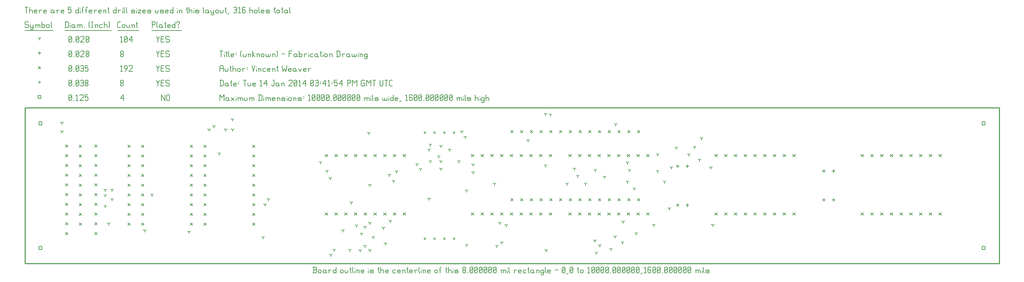
<source format=gbr>
G04 start of page 18 for group -3984 idx -3984 *
G04 Title: (unknown), fab *
G04 Creator: pcb 20110918 *
G04 CreationDate: Tue 14 Jan 2014 03:41:54 PM GMT UTC *
G04 For: vince *
G04 Format: Gerber/RS-274X *
G04 PCB-Dimensions: 1000000 160000 *
G04 PCB-Coordinate-Origin: lower left *
%MOIN*%
%FSLAX25Y25*%
%LNFAB*%
%ADD102C,0.0100*%
%ADD101C,0.0075*%
%ADD100C,0.0060*%
%ADD99C,0.0080*%
G54D99*X982400Y17600D02*X985600D01*
X982400D02*Y14400D01*
X985600D01*
Y17600D02*Y14400D01*
X982400Y145600D02*X985600D01*
X982400D02*Y142400D01*
X985600D01*
Y145600D02*Y142400D01*
X14400Y17600D02*X17600D01*
X14400D02*Y14400D01*
X17600D01*
Y17600D02*Y14400D01*
X14400Y145600D02*X17600D01*
X14400D02*Y142400D01*
X17600D01*
Y145600D02*Y142400D01*
X13400Y172850D02*X16600D01*
X13400D02*Y169650D01*
X16600D01*
Y172850D02*Y169650D01*
G54D100*X140000Y173500D02*Y167500D01*
Y173500D02*X143750Y167500D01*
Y173500D02*Y167500D01*
X145550Y172750D02*Y168250D01*
Y172750D02*X146300Y173500D01*
X147800D01*
X148550Y172750D01*
Y168250D01*
X147800Y167500D02*X148550Y168250D01*
X146300Y167500D02*X147800D01*
X145550Y168250D02*X146300Y167500D01*
X98000Y169750D02*X101000Y173500D01*
X98000Y169750D02*X101750D01*
X101000Y173500D02*Y167500D01*
X45000Y168250D02*X45750Y167500D01*
X45000Y172750D02*Y168250D01*
Y172750D02*X45750Y173500D01*
X47250D01*
X48000Y172750D01*
Y168250D01*
X47250Y167500D02*X48000Y168250D01*
X45750Y167500D02*X47250D01*
X45000Y169000D02*X48000Y172000D01*
X49800Y167500D02*X50550D01*
X52350Y172300D02*X53550Y173500D01*
Y167500D01*
X52350D02*X54600D01*
X56400Y172750D02*X57150Y173500D01*
X59400D01*
X60150Y172750D01*
Y171250D01*
X56400Y167500D02*X60150Y171250D01*
X56400Y167500D02*X60150D01*
X61950Y173500D02*X64950D01*
X61950D02*Y170500D01*
X62700Y171250D01*
X64200D01*
X64950Y170500D01*
Y168250D01*
X64200Y167500D02*X64950Y168250D01*
X62700Y167500D02*X64200D01*
X61950Y168250D02*X62700Y167500D01*
X409700Y134500D02*G75*G03X411300Y134500I800J0D01*G01*
G75*G03X409700Y134500I-800J0D01*G01*
X419700D02*G75*G03X421300Y134500I800J0D01*G01*
G75*G03X419700Y134500I-800J0D01*G01*
X429700D02*G75*G03X431300Y134500I800J0D01*G01*
G75*G03X429700Y134500I-800J0D01*G01*
X439700D02*G75*G03X441300Y134500I800J0D01*G01*
G75*G03X439700Y134500I-800J0D01*G01*
X409700Y25500D02*G75*G03X411300Y25500I800J0D01*G01*
G75*G03X409700Y25500I-800J0D01*G01*
X419700D02*G75*G03X421300Y25500I800J0D01*G01*
G75*G03X419700Y25500I-800J0D01*G01*
X429700D02*G75*G03X431300Y25500I800J0D01*G01*
G75*G03X429700Y25500I-800J0D01*G01*
X439700D02*G75*G03X441300Y25500I800J0D01*G01*
G75*G03X439700Y25500I-800J0D01*G01*
X14200Y186250D02*G75*G03X15800Y186250I800J0D01*G01*
G75*G03X14200Y186250I-800J0D01*G01*
X135000Y188500D02*X136500Y185500D01*
X138000Y188500D01*
X136500Y185500D02*Y182500D01*
X139800Y185800D02*X142050D01*
X139800Y182500D02*X142800D01*
X139800Y188500D02*Y182500D01*
Y188500D02*X142800D01*
X147600D02*X148350Y187750D01*
X145350Y188500D02*X147600D01*
X144600Y187750D02*X145350Y188500D01*
X144600Y187750D02*Y186250D01*
X145350Y185500D01*
X147600D01*
X148350Y184750D01*
Y183250D01*
X147600Y182500D02*X148350Y183250D01*
X145350Y182500D02*X147600D01*
X144600Y183250D02*X145350Y182500D01*
X98000Y183250D02*X98750Y182500D01*
X98000Y184450D02*Y183250D01*
Y184450D02*X99050Y185500D01*
X99950D01*
X101000Y184450D01*
Y183250D01*
X100250Y182500D02*X101000Y183250D01*
X98750Y182500D02*X100250D01*
X98000Y186550D02*X99050Y185500D01*
X98000Y187750D02*Y186550D01*
Y187750D02*X98750Y188500D01*
X100250D01*
X101000Y187750D01*
Y186550D01*
X99950Y185500D02*X101000Y186550D01*
X45000Y183250D02*X45750Y182500D01*
X45000Y187750D02*Y183250D01*
Y187750D02*X45750Y188500D01*
X47250D01*
X48000Y187750D01*
Y183250D01*
X47250Y182500D02*X48000Y183250D01*
X45750Y182500D02*X47250D01*
X45000Y184000D02*X48000Y187000D01*
X49800Y182500D02*X50550D01*
X52350Y183250D02*X53100Y182500D01*
X52350Y187750D02*Y183250D01*
Y187750D02*X53100Y188500D01*
X54600D01*
X55350Y187750D01*
Y183250D01*
X54600Y182500D02*X55350Y183250D01*
X53100Y182500D02*X54600D01*
X52350Y184000D02*X55350Y187000D01*
X57150Y187750D02*X57900Y188500D01*
X59400D01*
X60150Y187750D01*
X59400Y182500D02*X60150Y183250D01*
X57900Y182500D02*X59400D01*
X57150Y183250D02*X57900Y182500D01*
Y185800D02*X59400D01*
X60150Y187750D02*Y186550D01*
Y185050D02*Y183250D01*
Y185050D02*X59400Y185800D01*
X60150Y186550D02*X59400Y185800D01*
X61950Y183250D02*X62700Y182500D01*
X61950Y184450D02*Y183250D01*
Y184450D02*X63000Y185500D01*
X63900D01*
X64950Y184450D01*
Y183250D01*
X64200Y182500D02*X64950Y183250D01*
X62700Y182500D02*X64200D01*
X61950Y186550D02*X63000Y185500D01*
X61950Y187750D02*Y186550D01*
Y187750D02*X62700Y188500D01*
X64200D01*
X64950Y187750D01*
Y186550D01*
X63900Y185500D02*X64950Y186550D01*
X119800Y121700D02*X122200Y119300D01*
X119800D02*X122200Y121700D01*
X119800Y111700D02*X122200Y109300D01*
X119800D02*X122200Y111700D01*
X119800Y101700D02*X122200Y99300D01*
X119800D02*X122200Y101700D01*
X119800Y91700D02*X122200Y89300D01*
X119800D02*X122200Y91700D01*
X119800Y81700D02*X122200Y79300D01*
X119800D02*X122200Y81700D01*
X119800Y71700D02*X122200Y69300D01*
X119800D02*X122200Y71700D01*
X119800Y61700D02*X122200Y59300D01*
X119800D02*X122200Y61700D01*
X119800Y51700D02*X122200Y49300D01*
X119800D02*X122200Y51700D01*
X119800Y41700D02*X122200Y39300D01*
X119800D02*X122200Y41700D01*
X169800D02*X172200Y39300D01*
X169800D02*X172200Y41700D01*
X169800Y51700D02*X172200Y49300D01*
X169800D02*X172200Y51700D01*
X169800Y61700D02*X172200Y59300D01*
X169800D02*X172200Y61700D01*
X169800Y71700D02*X172200Y69300D01*
X169800D02*X172200Y71700D01*
X169800Y81700D02*X172200Y79300D01*
X169800D02*X172200Y81700D01*
X169800Y91700D02*X172200Y89300D01*
X169800D02*X172200Y91700D01*
X169800Y101700D02*X172200Y99300D01*
X169800D02*X172200Y101700D01*
X169800Y111700D02*X172200Y109300D01*
X169800D02*X172200Y111700D01*
X169800Y121700D02*X172200Y119300D01*
X169800D02*X172200Y121700D01*
X858300Y52200D02*X860700Y49800D01*
X858300D02*X860700Y52200D01*
X868300D02*X870700Y49800D01*
X868300D02*X870700Y52200D01*
X878300D02*X880700Y49800D01*
X878300D02*X880700Y52200D01*
X888300D02*X890700Y49800D01*
X888300D02*X890700Y52200D01*
X898300D02*X900700Y49800D01*
X898300D02*X900700Y52200D01*
X908300D02*X910700Y49800D01*
X908300D02*X910700Y52200D01*
X918300D02*X920700Y49800D01*
X918300D02*X920700Y52200D01*
X928300D02*X930700Y49800D01*
X928300D02*X930700Y52200D01*
X938300D02*X940700Y49800D01*
X938300D02*X940700Y52200D01*
X938300Y112200D02*X940700Y109800D01*
X938300D02*X940700Y112200D01*
X928300D02*X930700Y109800D01*
X928300D02*X930700Y112200D01*
X918300D02*X920700Y109800D01*
X918300D02*X920700Y112200D01*
X908300D02*X910700Y109800D01*
X908300D02*X910700Y112200D01*
X898300D02*X900700Y109800D01*
X898300D02*X900700Y112200D01*
X888300D02*X890700Y109800D01*
X888300D02*X890700Y112200D01*
X878300D02*X880700Y109800D01*
X878300D02*X880700Y112200D01*
X868300D02*X870700Y109800D01*
X868300D02*X870700Y112200D01*
X858300D02*X860700Y109800D01*
X858300D02*X860700Y112200D01*
X708300Y52200D02*X710700Y49800D01*
X708300D02*X710700Y52200D01*
X718300D02*X720700Y49800D01*
X718300D02*X720700Y52200D01*
X728300D02*X730700Y49800D01*
X728300D02*X730700Y52200D01*
X738300D02*X740700Y49800D01*
X738300D02*X740700Y52200D01*
X748300D02*X750700Y49800D01*
X748300D02*X750700Y52200D01*
X758300D02*X760700Y49800D01*
X758300D02*X760700Y52200D01*
X768300D02*X770700Y49800D01*
X768300D02*X770700Y52200D01*
X778300D02*X780700Y49800D01*
X778300D02*X780700Y52200D01*
X788300D02*X790700Y49800D01*
X788300D02*X790700Y52200D01*
X788300Y112200D02*X790700Y109800D01*
X788300D02*X790700Y112200D01*
X778300D02*X780700Y109800D01*
X778300D02*X780700Y112200D01*
X768300D02*X770700Y109800D01*
X768300D02*X770700Y112200D01*
X758300D02*X760700Y109800D01*
X758300D02*X760700Y112200D01*
X748300D02*X750700Y109800D01*
X748300D02*X750700Y112200D01*
X738300D02*X740700Y109800D01*
X738300D02*X740700Y112200D01*
X728300D02*X730700Y109800D01*
X728300D02*X730700Y112200D01*
X718300D02*X720700Y109800D01*
X718300D02*X720700Y112200D01*
X708300D02*X710700Y109800D01*
X708300D02*X710700Y112200D01*
X308300Y52200D02*X310700Y49800D01*
X308300D02*X310700Y52200D01*
X318300D02*X320700Y49800D01*
X318300D02*X320700Y52200D01*
X328300D02*X330700Y49800D01*
X328300D02*X330700Y52200D01*
X338300D02*X340700Y49800D01*
X338300D02*X340700Y52200D01*
X348300D02*X350700Y49800D01*
X348300D02*X350700Y52200D01*
X358300D02*X360700Y49800D01*
X358300D02*X360700Y52200D01*
X368300D02*X370700Y49800D01*
X368300D02*X370700Y52200D01*
X378300D02*X380700Y49800D01*
X378300D02*X380700Y52200D01*
X388300D02*X390700Y49800D01*
X388300D02*X390700Y52200D01*
X388300Y112200D02*X390700Y109800D01*
X388300D02*X390700Y112200D01*
X378300D02*X380700Y109800D01*
X378300D02*X380700Y112200D01*
X368300D02*X370700Y109800D01*
X368300D02*X370700Y112200D01*
X358300D02*X360700Y109800D01*
X358300D02*X360700Y112200D01*
X348300D02*X350700Y109800D01*
X348300D02*X350700Y112200D01*
X338300D02*X340700Y109800D01*
X338300D02*X340700Y112200D01*
X328300D02*X330700Y109800D01*
X328300D02*X330700Y112200D01*
X318300D02*X320700Y109800D01*
X318300D02*X320700Y112200D01*
X308300D02*X310700Y109800D01*
X308300D02*X310700Y112200D01*
X183800Y121700D02*X186200Y119300D01*
X183800D02*X186200Y121700D01*
X183800Y111700D02*X186200Y109300D01*
X183800D02*X186200Y111700D01*
X183800Y101700D02*X186200Y99300D01*
X183800D02*X186200Y101700D01*
X183800Y91700D02*X186200Y89300D01*
X183800D02*X186200Y91700D01*
X183800Y81700D02*X186200Y79300D01*
X183800D02*X186200Y81700D01*
X183800Y71700D02*X186200Y69300D01*
X183800D02*X186200Y71700D01*
X183800Y61700D02*X186200Y59300D01*
X183800D02*X186200Y61700D01*
X183800Y51700D02*X186200Y49300D01*
X183800D02*X186200Y51700D01*
X183800Y41700D02*X186200Y39300D01*
X183800D02*X186200Y41700D01*
X233800D02*X236200Y39300D01*
X233800D02*X236200Y41700D01*
X233800Y51700D02*X236200Y49300D01*
X233800D02*X236200Y51700D01*
X233800Y61700D02*X236200Y59300D01*
X233800D02*X236200Y61700D01*
X233800Y71700D02*X236200Y69300D01*
X233800D02*X236200Y71700D01*
X233800Y81700D02*X236200Y79300D01*
X233800D02*X236200Y81700D01*
X233800Y91700D02*X236200Y89300D01*
X233800D02*X236200Y91700D01*
X233800Y101700D02*X236200Y99300D01*
X233800D02*X236200Y101700D01*
X233800Y111700D02*X236200Y109300D01*
X233800D02*X236200Y111700D01*
X233800Y121700D02*X236200Y119300D01*
X233800D02*X236200Y121700D01*
X55800D02*X58200Y119300D01*
X55800D02*X58200Y121700D01*
X55800Y111700D02*X58200Y109300D01*
X55800D02*X58200Y111700D01*
X55800Y101700D02*X58200Y99300D01*
X55800D02*X58200Y101700D01*
X55800Y91700D02*X58200Y89300D01*
X55800D02*X58200Y91700D01*
X55800Y81700D02*X58200Y79300D01*
X55800D02*X58200Y81700D01*
X55800Y71700D02*X58200Y69300D01*
X55800D02*X58200Y71700D01*
X55800Y61700D02*X58200Y59300D01*
X55800D02*X58200Y61700D01*
X55800Y51700D02*X58200Y49300D01*
X55800D02*X58200Y51700D01*
X55800Y41700D02*X58200Y39300D01*
X55800D02*X58200Y41700D01*
X105800D02*X108200Y39300D01*
X105800D02*X108200Y41700D01*
X105800Y51700D02*X108200Y49300D01*
X105800D02*X108200Y51700D01*
X105800Y61700D02*X108200Y59300D01*
X105800D02*X108200Y61700D01*
X105800Y71700D02*X108200Y69300D01*
X105800D02*X108200Y71700D01*
X105800Y81700D02*X108200Y79300D01*
X105800D02*X108200Y81700D01*
X105800Y91700D02*X108200Y89300D01*
X105800D02*X108200Y91700D01*
X105800Y101700D02*X108200Y99300D01*
X105800D02*X108200Y101700D01*
X105800Y111700D02*X108200Y109300D01*
X105800D02*X108200Y111700D01*
X105800Y121700D02*X108200Y119300D01*
X105800D02*X108200Y121700D01*
X458300Y52200D02*X460700Y49800D01*
X458300D02*X460700Y52200D01*
X468300D02*X470700Y49800D01*
X468300D02*X470700Y52200D01*
X478300D02*X480700Y49800D01*
X478300D02*X480700Y52200D01*
X488300D02*X490700Y49800D01*
X488300D02*X490700Y52200D01*
X498300D02*X500700Y49800D01*
X498300D02*X500700Y52200D01*
X508300D02*X510700Y49800D01*
X508300D02*X510700Y52200D01*
X518300D02*X520700Y49800D01*
X518300D02*X520700Y52200D01*
X528300D02*X530700Y49800D01*
X528300D02*X530700Y52200D01*
X538300D02*X540700Y49800D01*
X538300D02*X540700Y52200D01*
X538300Y112200D02*X540700Y109800D01*
X538300D02*X540700Y112200D01*
X528300D02*X530700Y109800D01*
X528300D02*X530700Y112200D01*
X518300D02*X520700Y109800D01*
X518300D02*X520700Y112200D01*
X508300D02*X510700Y109800D01*
X508300D02*X510700Y112200D01*
X498300D02*X500700Y109800D01*
X498300D02*X500700Y112200D01*
X488300D02*X490700Y109800D01*
X488300D02*X490700Y112200D01*
X478300D02*X480700Y109800D01*
X478300D02*X480700Y112200D01*
X468300D02*X470700Y109800D01*
X468300D02*X470700Y112200D01*
X458300D02*X460700Y109800D01*
X458300D02*X460700Y112200D01*
X41800Y32200D02*X44200Y29800D01*
X41800D02*X44200Y32200D01*
X41800Y42200D02*X44200Y39800D01*
X41800D02*X44200Y42200D01*
X41800Y52200D02*X44200Y49800D01*
X41800D02*X44200Y52200D01*
X41800Y62200D02*X44200Y59800D01*
X41800D02*X44200Y62200D01*
X41800Y72200D02*X44200Y69800D01*
X41800D02*X44200Y72200D01*
X41800Y82200D02*X44200Y79800D01*
X41800D02*X44200Y82200D01*
X41800Y92200D02*X44200Y89800D01*
X41800D02*X44200Y92200D01*
X41800Y102200D02*X44200Y99800D01*
X41800D02*X44200Y102200D01*
X41800Y112200D02*X44200Y109800D01*
X41800D02*X44200Y112200D01*
X41800Y122200D02*X44200Y119800D01*
X41800D02*X44200Y122200D01*
X71800D02*X74200Y119800D01*
X71800D02*X74200Y122200D01*
X71800Y112200D02*X74200Y109800D01*
X71800D02*X74200Y112200D01*
X71800Y102200D02*X74200Y99800D01*
X71800D02*X74200Y102200D01*
X71800Y92200D02*X74200Y89800D01*
X71800D02*X74200Y92200D01*
X71800Y82200D02*X74200Y79800D01*
X71800D02*X74200Y82200D01*
X71800Y72200D02*X74200Y69800D01*
X71800D02*X74200Y72200D01*
X71800Y62200D02*X74200Y59800D01*
X71800D02*X74200Y62200D01*
X71800Y52200D02*X74200Y49800D01*
X71800D02*X74200Y52200D01*
X71800Y42200D02*X74200Y39800D01*
X71800D02*X74200Y42200D01*
X71800Y32200D02*X74200Y29800D01*
X71800D02*X74200Y32200D01*
X498800Y136700D02*X501200Y134300D01*
X498800D02*X501200Y136700D01*
X508800D02*X511200Y134300D01*
X508800D02*X511200Y136700D01*
X518800D02*X521200Y134300D01*
X518800D02*X521200Y136700D01*
X528800D02*X531200Y134300D01*
X528800D02*X531200Y136700D01*
X538800D02*X541200Y134300D01*
X538800D02*X541200Y136700D01*
X548800D02*X551200Y134300D01*
X548800D02*X551200Y136700D01*
X558800D02*X561200Y134300D01*
X558800D02*X561200Y136700D01*
X568800D02*X571200Y134300D01*
X568800D02*X571200Y136700D01*
X578800D02*X581200Y134300D01*
X578800D02*X581200Y136700D01*
X588800D02*X591200Y134300D01*
X588800D02*X591200Y136700D01*
X598800D02*X601200Y134300D01*
X598800D02*X601200Y136700D01*
X608800D02*X611200Y134300D01*
X608800D02*X611200Y136700D01*
X618800D02*X621200Y134300D01*
X618800D02*X621200Y136700D01*
X628800D02*X631200Y134300D01*
X628800D02*X631200Y136700D01*
X628800Y66700D02*X631200Y64300D01*
X628800D02*X631200Y66700D01*
X618800D02*X621200Y64300D01*
X618800D02*X621200Y66700D01*
X608800D02*X611200Y64300D01*
X608800D02*X611200Y66700D01*
X598800D02*X601200Y64300D01*
X598800D02*X601200Y66700D01*
X588800D02*X591200Y64300D01*
X588800D02*X591200Y66700D01*
X578800D02*X581200Y64300D01*
X578800D02*X581200Y66700D01*
X568800D02*X571200Y64300D01*
X568800D02*X571200Y66700D01*
X558800D02*X561200Y64300D01*
X558800D02*X561200Y66700D01*
X548800D02*X551200Y64300D01*
X548800D02*X551200Y66700D01*
X538800D02*X541200Y64300D01*
X538800D02*X541200Y66700D01*
X528800D02*X531200Y64300D01*
X528800D02*X531200Y66700D01*
X518800D02*X521200Y64300D01*
X518800D02*X521200Y66700D01*
X508800D02*X511200Y64300D01*
X508800D02*X511200Y66700D01*
X498800D02*X501200Y64300D01*
X498800D02*X501200Y66700D01*
X558300Y52200D02*X560700Y49800D01*
X558300D02*X560700Y52200D01*
X568300D02*X570700Y49800D01*
X568300D02*X570700Y52200D01*
X578300D02*X580700Y49800D01*
X578300D02*X580700Y52200D01*
X588300D02*X590700Y49800D01*
X588300D02*X590700Y52200D01*
X598300D02*X600700Y49800D01*
X598300D02*X600700Y52200D01*
X608300D02*X610700Y49800D01*
X608300D02*X610700Y52200D01*
X618300D02*X620700Y49800D01*
X618300D02*X620700Y52200D01*
X628300D02*X630700Y49800D01*
X628300D02*X630700Y52200D01*
X638300D02*X640700Y49800D01*
X638300D02*X640700Y52200D01*
X638300Y112200D02*X640700Y109800D01*
X638300D02*X640700Y112200D01*
X628300D02*X630700Y109800D01*
X628300D02*X630700Y112200D01*
X618300D02*X620700Y109800D01*
X618300D02*X620700Y112200D01*
X608300D02*X610700Y109800D01*
X608300D02*X610700Y112200D01*
X598300D02*X600700Y109800D01*
X598300D02*X600700Y112200D01*
X588300D02*X590700Y109800D01*
X588300D02*X590700Y112200D01*
X578300D02*X580700Y109800D01*
X578300D02*X580700Y112200D01*
X568300D02*X570700Y109800D01*
X568300D02*X570700Y112200D01*
X558300D02*X560700Y109800D01*
X558300D02*X560700Y112200D01*
X13800Y202450D02*X16200Y200050D01*
X13800D02*X16200Y202450D01*
X135000Y203500D02*X136500Y200500D01*
X138000Y203500D01*
X136500Y200500D02*Y197500D01*
X139800Y200800D02*X142050D01*
X139800Y197500D02*X142800D01*
X139800Y203500D02*Y197500D01*
Y203500D02*X142800D01*
X147600D02*X148350Y202750D01*
X145350Y203500D02*X147600D01*
X144600Y202750D02*X145350Y203500D01*
X144600Y202750D02*Y201250D01*
X145350Y200500D01*
X147600D01*
X148350Y199750D01*
Y198250D01*
X147600Y197500D02*X148350Y198250D01*
X145350Y197500D02*X147600D01*
X144600Y198250D02*X145350Y197500D01*
X98000Y202300D02*X99200Y203500D01*
Y197500D01*
X98000D02*X100250D01*
X102800D02*X105050Y200500D01*
Y202750D02*Y200500D01*
X104300Y203500D02*X105050Y202750D01*
X102800Y203500D02*X104300D01*
X102050Y202750D02*X102800Y203500D01*
X102050Y202750D02*Y201250D01*
X102800Y200500D01*
X105050D01*
X106850Y202750D02*X107600Y203500D01*
X109850D01*
X110600Y202750D01*
Y201250D01*
X106850Y197500D02*X110600Y201250D01*
X106850Y197500D02*X110600D01*
X45000Y198250D02*X45750Y197500D01*
X45000Y202750D02*Y198250D01*
Y202750D02*X45750Y203500D01*
X47250D01*
X48000Y202750D01*
Y198250D01*
X47250Y197500D02*X48000Y198250D01*
X45750Y197500D02*X47250D01*
X45000Y199000D02*X48000Y202000D01*
X49800Y197500D02*X50550D01*
X52350Y198250D02*X53100Y197500D01*
X52350Y202750D02*Y198250D01*
Y202750D02*X53100Y203500D01*
X54600D01*
X55350Y202750D01*
Y198250D01*
X54600Y197500D02*X55350Y198250D01*
X53100Y197500D02*X54600D01*
X52350Y199000D02*X55350Y202000D01*
X57150Y202750D02*X57900Y203500D01*
X59400D01*
X60150Y202750D01*
X59400Y197500D02*X60150Y198250D01*
X57900Y197500D02*X59400D01*
X57150Y198250D02*X57900Y197500D01*
Y200800D02*X59400D01*
X60150Y202750D02*Y201550D01*
Y200050D02*Y198250D01*
Y200050D02*X59400Y200800D01*
X60150Y201550D02*X59400Y200800D01*
X61950Y203500D02*X64950D01*
X61950D02*Y200500D01*
X62700Y201250D01*
X64200D01*
X64950Y200500D01*
Y198250D01*
X64200Y197500D02*X64950Y198250D01*
X62700Y197500D02*X64200D01*
X61950Y198250D02*X62700Y197500D01*
X830000Y67100D02*Y63900D01*
X828400Y65500D02*X831600D01*
X820000Y67100D02*Y63900D01*
X818400Y65500D02*X821600D01*
X680000Y101600D02*Y98400D01*
X678400Y100000D02*X681600D01*
X670000Y101600D02*Y98400D01*
X668400Y100000D02*X671600D01*
X830000Y96600D02*Y93400D01*
X828400Y95000D02*X831600D01*
X820000Y96600D02*Y93400D01*
X818400Y95000D02*X821600D01*
X680000Y61600D02*Y58400D01*
X678400Y60000D02*X681600D01*
X670000Y61600D02*Y58400D01*
X668400Y60000D02*X671600D01*
X15000Y217850D02*Y214650D01*
X13400Y216250D02*X16600D01*
X135000Y218500D02*X136500Y215500D01*
X138000Y218500D01*
X136500Y215500D02*Y212500D01*
X139800Y215800D02*X142050D01*
X139800Y212500D02*X142800D01*
X139800Y218500D02*Y212500D01*
Y218500D02*X142800D01*
X147600D02*X148350Y217750D01*
X145350Y218500D02*X147600D01*
X144600Y217750D02*X145350Y218500D01*
X144600Y217750D02*Y216250D01*
X145350Y215500D01*
X147600D01*
X148350Y214750D01*
Y213250D01*
X147600Y212500D02*X148350Y213250D01*
X145350Y212500D02*X147600D01*
X144600Y213250D02*X145350Y212500D01*
X98000Y213250D02*X98750Y212500D01*
X98000Y214450D02*Y213250D01*
Y214450D02*X99050Y215500D01*
X99950D01*
X101000Y214450D01*
Y213250D01*
X100250Y212500D02*X101000Y213250D01*
X98750Y212500D02*X100250D01*
X98000Y216550D02*X99050Y215500D01*
X98000Y217750D02*Y216550D01*
Y217750D02*X98750Y218500D01*
X100250D01*
X101000Y217750D01*
Y216550D01*
X99950Y215500D02*X101000Y216550D01*
X45000Y213250D02*X45750Y212500D01*
X45000Y217750D02*Y213250D01*
Y217750D02*X45750Y218500D01*
X47250D01*
X48000Y217750D01*
Y213250D01*
X47250Y212500D02*X48000Y213250D01*
X45750Y212500D02*X47250D01*
X45000Y214000D02*X48000Y217000D01*
X49800Y212500D02*X50550D01*
X52350Y213250D02*X53100Y212500D01*
X52350Y217750D02*Y213250D01*
Y217750D02*X53100Y218500D01*
X54600D01*
X55350Y217750D01*
Y213250D01*
X54600Y212500D02*X55350Y213250D01*
X53100Y212500D02*X54600D01*
X52350Y214000D02*X55350Y217000D01*
X57150Y217750D02*X57900Y218500D01*
X60150D01*
X60900Y217750D01*
Y216250D01*
X57150Y212500D02*X60900Y216250D01*
X57150Y212500D02*X60900D01*
X62700Y213250D02*X63450Y212500D01*
X62700Y214450D02*Y213250D01*
Y214450D02*X63750Y215500D01*
X64650D01*
X65700Y214450D01*
Y213250D01*
X64950Y212500D02*X65700Y213250D01*
X63450Y212500D02*X64950D01*
X62700Y216550D02*X63750Y215500D01*
X62700Y217750D02*Y216550D01*
Y217750D02*X63450Y218500D01*
X64950D01*
X65700Y217750D01*
Y216550D01*
X64650Y215500D02*X65700Y216550D01*
X406250Y97000D02*Y95400D01*
Y97000D02*X407637Y97800D01*
X406250Y97000D02*X404863Y97800D01*
X416250Y105000D02*Y103400D01*
Y105000D02*X417637Y105800D01*
X416250Y105000D02*X414863Y105800D01*
X427000Y105000D02*Y103400D01*
Y105000D02*X428387Y105800D01*
X427000Y105000D02*X425613Y105800D01*
X445500Y105000D02*Y103400D01*
Y105000D02*X446887Y105800D01*
X445500Y105000D02*X444113Y105800D01*
X448500Y135500D02*Y133900D01*
Y135500D02*X449887Y136300D01*
X448500Y135500D02*X447113Y136300D01*
X213000Y148000D02*Y146400D01*
Y148000D02*X214387Y148800D01*
X213000Y148000D02*X211613Y148800D01*
X213000Y137500D02*Y135900D01*
Y137500D02*X214387Y138300D01*
X213000Y137500D02*X211613Y138300D01*
X194000Y141000D02*Y139400D01*
Y141000D02*X195387Y141800D01*
X194000Y141000D02*X192613Y141800D01*
X534500Y153500D02*Y151900D01*
Y153500D02*X535887Y154300D01*
X534500Y153500D02*X533113Y154300D01*
X82500Y59000D02*Y57400D01*
Y59000D02*X83887Y59800D01*
X82500Y59000D02*X81113Y59800D01*
X539500Y153000D02*Y151400D01*
Y153000D02*X540887Y153800D01*
X539500Y153000D02*X538113Y153800D01*
X618500Y103500D02*Y101900D01*
Y103500D02*X619887Y104300D01*
X618500Y103500D02*X617113Y104300D01*
X661500Y56500D02*Y54900D01*
Y56500D02*X662887Y57300D01*
X661500Y56500D02*X660113Y57300D01*
X86000Y41000D02*Y39400D01*
Y41000D02*X87387Y41800D01*
X86000Y41000D02*X84613Y41800D01*
X516500Y126500D02*Y124900D01*
Y126500D02*X517887Y127300D01*
X516500Y126500D02*X515113Y127300D01*
X564000Y97250D02*Y95650D01*
Y97250D02*X565387Y98050D01*
X564000Y97250D02*X562613Y98050D01*
X668500Y119000D02*Y117400D01*
Y119000D02*X669887Y119800D01*
X668500Y119000D02*X667113Y119800D01*
X349000Y18000D02*Y16400D01*
Y18000D02*X350387Y18800D01*
X349000Y18000D02*X347613Y18800D01*
X349000Y37500D02*Y35900D01*
Y37500D02*X350387Y38300D01*
X349000Y37500D02*X347613Y38300D01*
X368000Y36500D02*Y34900D01*
Y36500D02*X369387Y37300D01*
X368000Y36500D02*X366613Y37300D01*
X375000Y43500D02*Y41900D01*
Y43500D02*X376387Y44300D01*
X375000Y43500D02*X373613Y44300D01*
X374000Y91000D02*Y89400D01*
Y91000D02*X375387Y91800D01*
X374000Y91000D02*X372613Y91800D01*
X656500Y84000D02*Y82400D01*
Y84000D02*X657887Y84800D01*
X656500Y84000D02*X655113Y84800D01*
X618500Y84000D02*Y82400D01*
Y84000D02*X619887Y84800D01*
X618500Y84000D02*X617113Y84800D01*
X614000Y43000D02*Y41400D01*
Y43000D02*X615387Y43800D01*
X614000Y43000D02*X612613Y43800D01*
X605750Y27500D02*Y25900D01*
Y27500D02*X607137Y28300D01*
X605750Y27500D02*X604363Y28300D01*
X692500Y106500D02*Y104900D01*
Y106500D02*X693887Y107300D01*
X692500Y106500D02*X691113Y107300D01*
X704000Y98500D02*Y96900D01*
Y98500D02*X705387Y99300D01*
X704000Y98500D02*X702613Y99300D01*
X595000Y89000D02*Y87400D01*
Y89000D02*X596387Y89800D01*
X595000Y89000D02*X593613Y89800D01*
X625500Y77000D02*Y75400D01*
Y77000D02*X626887Y77800D01*
X625500Y77000D02*X624113Y77800D01*
X535000Y13500D02*Y11900D01*
Y13500D02*X536387Y14300D01*
X535000Y13500D02*X533613Y14300D01*
X354000Y13500D02*Y11900D01*
Y13500D02*X355387Y14300D01*
X354000Y13500D02*X352613Y14300D01*
X354000Y41500D02*Y39900D01*
Y41500D02*X355387Y42300D01*
X354000Y41500D02*X352613Y42300D01*
X354000Y80500D02*Y78900D01*
Y80500D02*X355387Y81300D01*
X354000Y80500D02*X352613Y81300D01*
X606500Y143000D02*Y141400D01*
Y143000D02*X607887Y143800D01*
X606500Y143000D02*X605113Y143800D01*
X694500Y128500D02*Y126900D01*
Y128500D02*X695887Y129300D01*
X694500Y128500D02*X693113Y129300D01*
X82500Y75500D02*Y73900D01*
Y75500D02*X83887Y76300D01*
X82500Y75500D02*X81113Y76300D01*
X168500Y32500D02*Y30900D01*
Y32500D02*X169887Y33300D01*
X168500Y32500D02*X167113Y33300D01*
X123000Y34000D02*Y32400D01*
Y34000D02*X124387Y34800D01*
X123000Y34000D02*X121613Y34800D01*
X627500Y31000D02*Y29400D01*
Y31000D02*X628887Y31800D01*
X627500Y31000D02*X626113Y31800D01*
X590000Y18500D02*Y16900D01*
Y18500D02*X591387Y19300D01*
X590000Y18500D02*X588613Y19300D01*
X489500Y21500D02*Y19900D01*
Y21500D02*X490887Y22300D01*
X489500Y21500D02*X488113Y22300D01*
X357500Y27000D02*Y25400D01*
Y27000D02*X358887Y27800D01*
X357500Y27000D02*X356113Y27800D01*
X244500Y27000D02*Y25400D01*
Y27000D02*X245887Y27800D01*
X244500Y27000D02*X243113Y27800D01*
X89500Y75500D02*Y73900D01*
Y75500D02*X90887Y76300D01*
X89500Y75500D02*X88113Y76300D01*
X534500Y100750D02*Y99150D01*
Y100750D02*X535887Y101550D01*
X534500Y100750D02*X533113Y101550D01*
X494000Y39250D02*Y37650D01*
Y39250D02*X495387Y40050D01*
X494000Y39250D02*X492613Y40050D01*
X620500Y96000D02*Y94400D01*
Y96000D02*X621887Y96800D01*
X620500Y96000D02*X619113Y96800D01*
X649500Y95000D02*Y93400D01*
Y95000D02*X650887Y95800D01*
X649500Y95000D02*X648113Y95800D01*
X649500Y112000D02*Y110400D01*
Y112000D02*X650887Y112800D01*
X649500Y112000D02*X648113Y112800D01*
X681500Y112000D02*Y110400D01*
Y112000D02*X682887Y112800D01*
X681500Y112000D02*X680113Y112800D01*
X687500Y119500D02*Y117900D01*
Y119500D02*X688887Y120300D01*
X687500Y119500D02*X686113Y120300D01*
X314000Y9000D02*Y7400D01*
Y9000D02*X315387Y9800D01*
X314000Y9000D02*X312613Y9800D01*
X206000Y137500D02*Y135900D01*
Y137500D02*X207387Y138300D01*
X206000Y137500D02*X204613Y138300D01*
X199500Y113000D02*Y111400D01*
Y113000D02*X200887Y113800D01*
X199500Y113000D02*X198113Y113800D01*
X424750Y110000D02*Y108400D01*
Y110000D02*X426137Y110800D01*
X424750Y110000D02*X423363Y110800D01*
X414750Y117000D02*Y115400D01*
Y117000D02*X416137Y117800D01*
X414750Y117000D02*X413363Y117800D01*
X402500Y102000D02*Y100400D01*
Y102000D02*X403887Y102800D01*
X402500Y102000D02*X401113Y102800D01*
X353000Y134000D02*Y132400D01*
Y134000D02*X354387Y134800D01*
X353000Y134000D02*X351613Y134800D01*
X645500Y39500D02*Y37900D01*
Y39500D02*X646887Y40300D01*
X645500Y39500D02*X644113Y40300D01*
X586500Y11000D02*Y9400D01*
Y11000D02*X587887Y11800D01*
X586500Y11000D02*X585113Y11800D01*
X344000Y13500D02*Y11900D01*
Y13500D02*X345387Y14300D01*
X344000Y13500D02*X342613Y14300D01*
X345500Y30500D02*Y28900D01*
Y30500D02*X346887Y31300D01*
X345500Y30500D02*X344113Y31300D01*
X189000Y137500D02*Y135900D01*
Y137500D02*X190387Y138300D01*
X189000Y137500D02*X187613Y138300D01*
X452000Y130000D02*Y128400D01*
Y130000D02*X453387Y130800D01*
X452000Y130000D02*X450613Y130800D01*
X427000Y97250D02*Y95650D01*
Y97250D02*X428387Y98050D01*
X427000Y97250D02*X425613Y98050D01*
X414750Y66500D02*Y64900D01*
Y66500D02*X416137Y67300D01*
X414750Y66500D02*X413363Y67300D01*
X378500Y84500D02*Y82900D01*
Y84500D02*X379887Y85300D01*
X378500Y84500D02*X377113Y85300D01*
X303500Y104000D02*Y102400D01*
Y104000D02*X304887Y104800D01*
X303500Y104000D02*X302113Y104800D01*
X310000Y95000D02*Y93400D01*
Y95000D02*X311387Y95800D01*
X310000Y95000D02*X308613Y95800D01*
X601500Y15000D02*Y13400D01*
Y15000D02*X602887Y15800D01*
X601500Y15000D02*X600113Y15800D01*
X575500Y82000D02*Y80400D01*
Y82000D02*X576887Y82800D01*
X575500Y82000D02*X574113Y82800D01*
X663500Y98500D02*Y96900D01*
Y98500D02*X664887Y99300D01*
X663500Y98500D02*X662113Y99300D01*
X585000Y23500D02*Y21900D01*
Y23500D02*X586387Y24300D01*
X585000Y23500D02*X583613Y24300D01*
X484500Y18000D02*Y16400D01*
Y18000D02*X485887Y18800D01*
X484500Y18000D02*X483113Y18800D01*
X333500Y14000D02*Y12400D01*
Y14000D02*X334887Y14800D01*
X333500Y14000D02*X332113Y14800D01*
X317500Y14000D02*Y12400D01*
Y14000D02*X318887Y14800D01*
X317500Y14000D02*X316113Y14800D01*
X340500Y39000D02*Y37400D01*
Y39000D02*X341887Y39800D01*
X340500Y39000D02*X339113Y39800D01*
X381500Y94500D02*Y92900D01*
Y94500D02*X382887Y95300D01*
X381500Y94500D02*X380113Y95300D01*
X436000Y117000D02*Y115400D01*
Y117000D02*X437387Y117800D01*
X436000Y117000D02*X434613Y117800D01*
X89500Y66000D02*Y64400D01*
Y66000D02*X90887Y66800D01*
X89500Y66000D02*X88113Y66800D01*
X130500Y70500D02*Y68900D01*
Y70500D02*X131887Y71300D01*
X130500Y70500D02*X129113Y71300D01*
X250000Y66000D02*Y64400D01*
Y66000D02*X251387Y66800D01*
X250000Y66000D02*X248613Y66800D01*
X313500Y87500D02*Y85900D01*
Y87500D02*X314887Y88300D01*
X313500Y87500D02*X312113Y88300D01*
X370000Y20500D02*Y18900D01*
Y20500D02*X371387Y21300D01*
X370000Y20500D02*X368613Y21300D01*
X453500Y19000D02*Y17400D01*
Y19000D02*X454887Y19800D01*
X453500Y19000D02*X452113Y19800D01*
X453500Y75000D02*Y73400D01*
Y75000D02*X454887Y75800D01*
X453500Y75000D02*X452113Y75800D01*
X460000Y93750D02*Y92150D01*
Y93750D02*X461387Y94550D01*
X460000Y93750D02*X458613Y94550D01*
X460000Y101500D02*Y99900D01*
Y101500D02*X461387Y102300D01*
X460000Y101500D02*X458613Y102300D01*
X246500Y60500D02*Y58900D01*
Y60500D02*X247887Y61300D01*
X246500Y60500D02*X245113Y61300D01*
X487500Y41500D02*Y39900D01*
Y41500D02*X488887Y42300D01*
X487500Y41500D02*X486113Y42300D01*
X326500Y34000D02*Y32400D01*
Y34000D02*X327887Y34800D01*
X326500Y34000D02*X325113Y34800D01*
X82500Y70000D02*Y68400D01*
Y70000D02*X83887Y70800D01*
X82500Y70000D02*X81113Y70800D01*
X482000Y82000D02*Y80400D01*
Y82000D02*X483387Y82800D01*
X482000Y82000D02*X480613Y82800D01*
X556500Y82000D02*Y80400D01*
Y82000D02*X557887Y82800D01*
X556500Y82000D02*X555113Y82800D01*
X335000Y62500D02*Y60900D01*
Y62500D02*X336387Y63300D01*
X335000Y62500D02*X333613Y63300D01*
X585500Y96000D02*Y94400D01*
Y96000D02*X586887Y96800D01*
X585500Y96000D02*X584113Y96800D01*
X567500Y90000D02*Y88400D01*
Y90000D02*X568887Y90800D01*
X567500Y90000D02*X566113Y90800D01*
X416250Y122000D02*Y120400D01*
Y122000D02*X417637Y122800D01*
X416250Y122000D02*X414863Y122800D01*
X427000Y120500D02*Y118900D01*
Y120500D02*X428387Y121300D01*
X427000Y120500D02*X425613Y121300D01*
X38000Y135500D02*Y133900D01*
Y135500D02*X39387Y136300D01*
X38000Y135500D02*X36613Y136300D01*
X38000Y144500D02*Y142900D01*
Y144500D02*X39387Y145300D01*
X38000Y144500D02*X36613Y145300D01*
X706000Y39500D02*Y37900D01*
Y39500D02*X707387Y40300D01*
X706000Y39500D02*X704613Y40300D01*
X613500Y21500D02*Y19900D01*
Y21500D02*X614887Y22300D01*
X613500Y21500D02*X612113Y22300D01*
X15000Y231250D02*Y229650D01*
Y231250D02*X16387Y232050D01*
X15000Y231250D02*X13613Y232050D01*
X135000Y233500D02*X136500Y230500D01*
X138000Y233500D01*
X136500Y230500D02*Y227500D01*
X139800Y230800D02*X142050D01*
X139800Y227500D02*X142800D01*
X139800Y233500D02*Y227500D01*
Y233500D02*X142800D01*
X147600D02*X148350Y232750D01*
X145350Y233500D02*X147600D01*
X144600Y232750D02*X145350Y233500D01*
X144600Y232750D02*Y231250D01*
X145350Y230500D01*
X147600D01*
X148350Y229750D01*
Y228250D01*
X147600Y227500D02*X148350Y228250D01*
X145350Y227500D02*X147600D01*
X144600Y228250D02*X145350Y227500D01*
X98000Y232300D02*X99200Y233500D01*
Y227500D01*
X98000D02*X100250D01*
X102050Y228250D02*X102800Y227500D01*
X102050Y232750D02*Y228250D01*
Y232750D02*X102800Y233500D01*
X104300D01*
X105050Y232750D01*
Y228250D01*
X104300Y227500D02*X105050Y228250D01*
X102800Y227500D02*X104300D01*
X102050Y229000D02*X105050Y232000D01*
X106850Y229750D02*X109850Y233500D01*
X106850Y229750D02*X110600D01*
X109850Y233500D02*Y227500D01*
X45000Y228250D02*X45750Y227500D01*
X45000Y232750D02*Y228250D01*
Y232750D02*X45750Y233500D01*
X47250D01*
X48000Y232750D01*
Y228250D01*
X47250Y227500D02*X48000Y228250D01*
X45750Y227500D02*X47250D01*
X45000Y229000D02*X48000Y232000D01*
X49800Y227500D02*X50550D01*
X52350Y228250D02*X53100Y227500D01*
X52350Y232750D02*Y228250D01*
Y232750D02*X53100Y233500D01*
X54600D01*
X55350Y232750D01*
Y228250D01*
X54600Y227500D02*X55350Y228250D01*
X53100Y227500D02*X54600D01*
X52350Y229000D02*X55350Y232000D01*
X57150Y232750D02*X57900Y233500D01*
X60150D01*
X60900Y232750D01*
Y231250D01*
X57150Y227500D02*X60900Y231250D01*
X57150Y227500D02*X60900D01*
X62700Y228250D02*X63450Y227500D01*
X62700Y232750D02*Y228250D01*
Y232750D02*X63450Y233500D01*
X64950D01*
X65700Y232750D01*
Y228250D01*
X64950Y227500D02*X65700Y228250D01*
X63450Y227500D02*X64950D01*
X62700Y229000D02*X65700Y232000D01*
X3000Y248500D02*X3750Y247750D01*
X750Y248500D02*X3000D01*
X0Y247750D02*X750Y248500D01*
X0Y247750D02*Y246250D01*
X750Y245500D01*
X3000D01*
X3750Y244750D01*
Y243250D01*
X3000Y242500D02*X3750Y243250D01*
X750Y242500D02*X3000D01*
X0Y243250D02*X750Y242500D01*
X5550Y245500D02*Y243250D01*
X6300Y242500D01*
X8550Y245500D02*Y241000D01*
X7800Y240250D02*X8550Y241000D01*
X6300Y240250D02*X7800D01*
X5550Y241000D02*X6300Y240250D01*
Y242500D02*X7800D01*
X8550Y243250D01*
X11100Y244750D02*Y242500D01*
Y244750D02*X11850Y245500D01*
X12600D01*
X13350Y244750D01*
Y242500D01*
Y244750D02*X14100Y245500D01*
X14850D01*
X15600Y244750D01*
Y242500D01*
X10350Y245500D02*X11100Y244750D01*
X17400Y248500D02*Y242500D01*
Y243250D02*X18150Y242500D01*
X19650D01*
X20400Y243250D01*
Y244750D02*Y243250D01*
X19650Y245500D02*X20400Y244750D01*
X18150Y245500D02*X19650D01*
X17400Y244750D02*X18150Y245500D01*
X22200Y244750D02*Y243250D01*
Y244750D02*X22950Y245500D01*
X24450D01*
X25200Y244750D01*
Y243250D01*
X24450Y242500D02*X25200Y243250D01*
X22950Y242500D02*X24450D01*
X22200Y243250D02*X22950Y242500D01*
X27000Y248500D02*Y243250D01*
X27750Y242500D01*
X0Y239250D02*X29250D01*
X41750Y248500D02*Y242500D01*
X43700Y248500D02*X44750Y247450D01*
Y243550D01*
X43700Y242500D02*X44750Y243550D01*
X41000Y242500D02*X43700D01*
X41000Y248500D02*X43700D01*
G54D101*X46550Y247000D02*Y246850D01*
G54D100*Y244750D02*Y242500D01*
X50300Y245500D02*X51050Y244750D01*
X48800Y245500D02*X50300D01*
X48050Y244750D02*X48800Y245500D01*
X48050Y244750D02*Y243250D01*
X48800Y242500D01*
X51050Y245500D02*Y243250D01*
X51800Y242500D01*
X48800D02*X50300D01*
X51050Y243250D01*
X54350Y244750D02*Y242500D01*
Y244750D02*X55100Y245500D01*
X55850D01*
X56600Y244750D01*
Y242500D01*
Y244750D02*X57350Y245500D01*
X58100D01*
X58850Y244750D01*
Y242500D01*
X53600Y245500D02*X54350Y244750D01*
X60650Y242500D02*X61400D01*
X65900Y243250D02*X66650Y242500D01*
X65900Y247750D02*X66650Y248500D01*
X65900Y247750D02*Y243250D01*
X68450Y248500D02*X69950D01*
X69200D02*Y242500D01*
X68450D02*X69950D01*
X72500Y244750D02*Y242500D01*
Y244750D02*X73250Y245500D01*
X74000D01*
X74750Y244750D01*
Y242500D01*
X71750Y245500D02*X72500Y244750D01*
X77300Y245500D02*X79550D01*
X76550Y244750D02*X77300Y245500D01*
X76550Y244750D02*Y243250D01*
X77300Y242500D01*
X79550D01*
X81350Y248500D02*Y242500D01*
Y244750D02*X82100Y245500D01*
X83600D01*
X84350Y244750D01*
Y242500D01*
X86150Y248500D02*X86900Y247750D01*
Y243250D01*
X86150Y242500D02*X86900Y243250D01*
X41000Y239250D02*X88700D01*
X96050Y242500D02*X98000D01*
X95000Y243550D02*X96050Y242500D01*
X95000Y247450D02*Y243550D01*
Y247450D02*X96050Y248500D01*
X98000D01*
X99800Y244750D02*Y243250D01*
Y244750D02*X100550Y245500D01*
X102050D01*
X102800Y244750D01*
Y243250D01*
X102050Y242500D02*X102800Y243250D01*
X100550Y242500D02*X102050D01*
X99800Y243250D02*X100550Y242500D01*
X104600Y245500D02*Y243250D01*
X105350Y242500D01*
X106850D01*
X107600Y243250D01*
Y245500D02*Y243250D01*
X110150Y244750D02*Y242500D01*
Y244750D02*X110900Y245500D01*
X111650D01*
X112400Y244750D01*
Y242500D01*
X109400Y245500D02*X110150Y244750D01*
X114950Y248500D02*Y243250D01*
X115700Y242500D01*
X114200Y246250D02*X115700D01*
X95000Y239250D02*X117200D01*
X130750Y248500D02*Y242500D01*
X130000Y248500D02*X133000D01*
X133750Y247750D01*
Y246250D01*
X133000Y245500D02*X133750Y246250D01*
X130750Y245500D02*X133000D01*
X135550Y248500D02*Y243250D01*
X136300Y242500D01*
X140050Y245500D02*X140800Y244750D01*
X138550Y245500D02*X140050D01*
X137800Y244750D02*X138550Y245500D01*
X137800Y244750D02*Y243250D01*
X138550Y242500D01*
X140800Y245500D02*Y243250D01*
X141550Y242500D01*
X138550D02*X140050D01*
X140800Y243250D01*
X144100Y248500D02*Y243250D01*
X144850Y242500D01*
X143350Y246250D02*X144850D01*
X147100Y242500D02*X149350D01*
X146350Y243250D02*X147100Y242500D01*
X146350Y244750D02*Y243250D01*
Y244750D02*X147100Y245500D01*
X148600D01*
X149350Y244750D01*
X146350Y244000D02*X149350D01*
Y244750D02*Y244000D01*
X154150Y248500D02*Y242500D01*
X153400D02*X154150Y243250D01*
X151900Y242500D02*X153400D01*
X151150Y243250D02*X151900Y242500D01*
X151150Y244750D02*Y243250D01*
Y244750D02*X151900Y245500D01*
X153400D01*
X154150Y244750D01*
X157450Y245500D02*Y244750D01*
Y243250D02*Y242500D01*
X155950Y247750D02*Y247000D01*
Y247750D02*X156700Y248500D01*
X158200D01*
X158950Y247750D01*
Y247000D01*
X157450Y245500D02*X158950Y247000D01*
X130000Y239250D02*X160750D01*
X0Y263500D02*X3000D01*
X1500D02*Y257500D01*
X4800Y263500D02*Y257500D01*
Y259750D02*X5550Y260500D01*
X7050D01*
X7800Y259750D01*
Y257500D01*
X10350D02*X12600D01*
X9600Y258250D02*X10350Y257500D01*
X9600Y259750D02*Y258250D01*
Y259750D02*X10350Y260500D01*
X11850D01*
X12600Y259750D01*
X9600Y259000D02*X12600D01*
Y259750D02*Y259000D01*
X15150Y259750D02*Y257500D01*
Y259750D02*X15900Y260500D01*
X17400D01*
X14400D02*X15150Y259750D01*
X19950Y257500D02*X22200D01*
X19200Y258250D02*X19950Y257500D01*
X19200Y259750D02*Y258250D01*
Y259750D02*X19950Y260500D01*
X21450D01*
X22200Y259750D01*
X19200Y259000D02*X22200D01*
Y259750D02*Y259000D01*
X28950Y260500D02*X29700Y259750D01*
X27450Y260500D02*X28950D01*
X26700Y259750D02*X27450Y260500D01*
X26700Y259750D02*Y258250D01*
X27450Y257500D01*
X29700Y260500D02*Y258250D01*
X30450Y257500D01*
X27450D02*X28950D01*
X29700Y258250D01*
X33000Y259750D02*Y257500D01*
Y259750D02*X33750Y260500D01*
X35250D01*
X32250D02*X33000Y259750D01*
X37800Y257500D02*X40050D01*
X37050Y258250D02*X37800Y257500D01*
X37050Y259750D02*Y258250D01*
Y259750D02*X37800Y260500D01*
X39300D01*
X40050Y259750D01*
X37050Y259000D02*X40050D01*
Y259750D02*Y259000D01*
X44550Y263500D02*X47550D01*
X44550D02*Y260500D01*
X45300Y261250D01*
X46800D01*
X47550Y260500D01*
Y258250D01*
X46800Y257500D02*X47550Y258250D01*
X45300Y257500D02*X46800D01*
X44550Y258250D02*X45300Y257500D01*
X55050Y263500D02*Y257500D01*
X54300D02*X55050Y258250D01*
X52800Y257500D02*X54300D01*
X52050Y258250D02*X52800Y257500D01*
X52050Y259750D02*Y258250D01*
Y259750D02*X52800Y260500D01*
X54300D01*
X55050Y259750D01*
G54D101*X56850Y262000D02*Y261850D01*
G54D100*Y259750D02*Y257500D01*
X59100Y262750D02*Y257500D01*
Y262750D02*X59850Y263500D01*
X60600D01*
X58350Y260500D02*X59850D01*
X62850Y262750D02*Y257500D01*
Y262750D02*X63600Y263500D01*
X64350D01*
X62100Y260500D02*X63600D01*
X66600Y257500D02*X68850D01*
X65850Y258250D02*X66600Y257500D01*
X65850Y259750D02*Y258250D01*
Y259750D02*X66600Y260500D01*
X68100D01*
X68850Y259750D01*
X65850Y259000D02*X68850D01*
Y259750D02*Y259000D01*
X71400Y259750D02*Y257500D01*
Y259750D02*X72150Y260500D01*
X73650D01*
X70650D02*X71400Y259750D01*
X76200Y257500D02*X78450D01*
X75450Y258250D02*X76200Y257500D01*
X75450Y259750D02*Y258250D01*
Y259750D02*X76200Y260500D01*
X77700D01*
X78450Y259750D01*
X75450Y259000D02*X78450D01*
Y259750D02*Y259000D01*
X81000Y259750D02*Y257500D01*
Y259750D02*X81750Y260500D01*
X82500D01*
X83250Y259750D01*
Y257500D01*
X80250Y260500D02*X81000Y259750D01*
X85800Y263500D02*Y258250D01*
X86550Y257500D01*
X85050Y261250D02*X86550D01*
X93750Y263500D02*Y257500D01*
X93000D02*X93750Y258250D01*
X91500Y257500D02*X93000D01*
X90750Y258250D02*X91500Y257500D01*
X90750Y259750D02*Y258250D01*
Y259750D02*X91500Y260500D01*
X93000D01*
X93750Y259750D01*
X96300D02*Y257500D01*
Y259750D02*X97050Y260500D01*
X98550D01*
X95550D02*X96300Y259750D01*
G54D101*X100350Y262000D02*Y261850D01*
G54D100*Y259750D02*Y257500D01*
X101850Y263500D02*Y258250D01*
X102600Y257500D01*
X104100Y263500D02*Y258250D01*
X104850Y257500D01*
X109800D02*X112050D01*
X112800Y258250D01*
X112050Y259000D02*X112800Y258250D01*
X109800Y259000D02*X112050D01*
X109050Y259750D02*X109800Y259000D01*
X109050Y259750D02*X109800Y260500D01*
X112050D01*
X112800Y259750D01*
X109050Y258250D02*X109800Y257500D01*
G54D101*X114600Y262000D02*Y261850D01*
G54D100*Y259750D02*Y257500D01*
X116100Y260500D02*X119100D01*
X116100Y257500D02*X119100Y260500D01*
X116100Y257500D02*X119100D01*
X121650D02*X123900D01*
X120900Y258250D02*X121650Y257500D01*
X120900Y259750D02*Y258250D01*
Y259750D02*X121650Y260500D01*
X123150D01*
X123900Y259750D01*
X120900Y259000D02*X123900D01*
Y259750D02*Y259000D01*
X126450Y257500D02*X128700D01*
X129450Y258250D01*
X128700Y259000D02*X129450Y258250D01*
X126450Y259000D02*X128700D01*
X125700Y259750D02*X126450Y259000D01*
X125700Y259750D02*X126450Y260500D01*
X128700D01*
X129450Y259750D01*
X125700Y258250D02*X126450Y257500D01*
X133950Y260500D02*Y258250D01*
X134700Y257500D01*
X136200D01*
X136950Y258250D01*
Y260500D02*Y258250D01*
X139500Y257500D02*X141750D01*
X142500Y258250D01*
X141750Y259000D02*X142500Y258250D01*
X139500Y259000D02*X141750D01*
X138750Y259750D02*X139500Y259000D01*
X138750Y259750D02*X139500Y260500D01*
X141750D01*
X142500Y259750D01*
X138750Y258250D02*X139500Y257500D01*
X145050D02*X147300D01*
X144300Y258250D02*X145050Y257500D01*
X144300Y259750D02*Y258250D01*
Y259750D02*X145050Y260500D01*
X146550D01*
X147300Y259750D01*
X144300Y259000D02*X147300D01*
Y259750D02*Y259000D01*
X152100Y263500D02*Y257500D01*
X151350D02*X152100Y258250D01*
X149850Y257500D02*X151350D01*
X149100Y258250D02*X149850Y257500D01*
X149100Y259750D02*Y258250D01*
Y259750D02*X149850Y260500D01*
X151350D01*
X152100Y259750D01*
G54D101*X156600Y262000D02*Y261850D01*
G54D100*Y259750D02*Y257500D01*
X158850Y259750D02*Y257500D01*
Y259750D02*X159600Y260500D01*
X160350D01*
X161100Y259750D01*
Y257500D01*
X158100Y260500D02*X158850Y259750D01*
X166350Y263500D02*Y258250D01*
X167100Y257500D01*
X165600Y261250D02*X167100D01*
X168600Y263500D02*Y257500D01*
Y259750D02*X169350Y260500D01*
X170850D01*
X171600Y259750D01*
Y257500D01*
G54D101*X173400Y262000D02*Y261850D01*
G54D100*Y259750D02*Y257500D01*
X175650D02*X177900D01*
X178650Y258250D01*
X177900Y259000D02*X178650Y258250D01*
X175650Y259000D02*X177900D01*
X174900Y259750D02*X175650Y259000D01*
X174900Y259750D02*X175650Y260500D01*
X177900D01*
X178650Y259750D01*
X174900Y258250D02*X175650Y257500D01*
X183150Y263500D02*Y258250D01*
X183900Y257500D01*
X187650Y260500D02*X188400Y259750D01*
X186150Y260500D02*X187650D01*
X185400Y259750D02*X186150Y260500D01*
X185400Y259750D02*Y258250D01*
X186150Y257500D01*
X188400Y260500D02*Y258250D01*
X189150Y257500D01*
X186150D02*X187650D01*
X188400Y258250D01*
X190950Y260500D02*Y258250D01*
X191700Y257500D01*
X193950Y260500D02*Y256000D01*
X193200Y255250D02*X193950Y256000D01*
X191700Y255250D02*X193200D01*
X190950Y256000D02*X191700Y255250D01*
Y257500D02*X193200D01*
X193950Y258250D01*
X195750Y259750D02*Y258250D01*
Y259750D02*X196500Y260500D01*
X198000D01*
X198750Y259750D01*
Y258250D01*
X198000Y257500D02*X198750Y258250D01*
X196500Y257500D02*X198000D01*
X195750Y258250D02*X196500Y257500D01*
X200550Y260500D02*Y258250D01*
X201300Y257500D01*
X202800D01*
X203550Y258250D01*
Y260500D02*Y258250D01*
X206100Y263500D02*Y258250D01*
X206850Y257500D01*
X205350Y261250D02*X206850D01*
X208350Y256000D02*X209850Y257500D01*
X214350Y262750D02*X215100Y263500D01*
X216600D01*
X217350Y262750D01*
X216600Y257500D02*X217350Y258250D01*
X215100Y257500D02*X216600D01*
X214350Y258250D02*X215100Y257500D01*
Y260800D02*X216600D01*
X217350Y262750D02*Y261550D01*
Y260050D02*Y258250D01*
Y260050D02*X216600Y260800D01*
X217350Y261550D02*X216600Y260800D01*
X219150Y262300D02*X220350Y263500D01*
Y257500D01*
X219150D02*X221400D01*
X225450Y263500D02*X226200Y262750D01*
X223950Y263500D02*X225450D01*
X223200Y262750D02*X223950Y263500D01*
X223200Y262750D02*Y258250D01*
X223950Y257500D01*
X225450Y260800D02*X226200Y260050D01*
X223200Y260800D02*X225450D01*
X223950Y257500D02*X225450D01*
X226200Y258250D01*
Y260050D02*Y258250D01*
X230700Y263500D02*Y257500D01*
Y259750D02*X231450Y260500D01*
X232950D01*
X233700Y259750D01*
Y257500D01*
X235500Y259750D02*Y258250D01*
Y259750D02*X236250Y260500D01*
X237750D01*
X238500Y259750D01*
Y258250D01*
X237750Y257500D02*X238500Y258250D01*
X236250Y257500D02*X237750D01*
X235500Y258250D02*X236250Y257500D01*
X240300Y263500D02*Y258250D01*
X241050Y257500D01*
X243300D02*X245550D01*
X242550Y258250D02*X243300Y257500D01*
X242550Y259750D02*Y258250D01*
Y259750D02*X243300Y260500D01*
X244800D01*
X245550Y259750D01*
X242550Y259000D02*X245550D01*
Y259750D02*Y259000D01*
X248100Y257500D02*X250350D01*
X251100Y258250D01*
X250350Y259000D02*X251100Y258250D01*
X248100Y259000D02*X250350D01*
X247350Y259750D02*X248100Y259000D01*
X247350Y259750D02*X248100Y260500D01*
X250350D01*
X251100Y259750D01*
X247350Y258250D02*X248100Y257500D01*
X256350Y263500D02*Y258250D01*
X257100Y257500D01*
X255600Y261250D02*X257100D01*
X258600Y259750D02*Y258250D01*
Y259750D02*X259350Y260500D01*
X260850D01*
X261600Y259750D01*
Y258250D01*
X260850Y257500D02*X261600Y258250D01*
X259350Y257500D02*X260850D01*
X258600Y258250D02*X259350Y257500D01*
X264150Y263500D02*Y258250D01*
X264900Y257500D01*
X263400Y261250D02*X264900D01*
X268650Y260500D02*X269400Y259750D01*
X267150Y260500D02*X268650D01*
X266400Y259750D02*X267150Y260500D01*
X266400Y259750D02*Y258250D01*
X267150Y257500D01*
X269400Y260500D02*Y258250D01*
X270150Y257500D01*
X267150D02*X268650D01*
X269400Y258250D01*
X271950Y263500D02*Y258250D01*
X272700Y257500D01*
G54D102*X0Y160000D02*X1000000D01*
X0D02*Y0D01*
X1000000Y160000D02*Y0D01*
X0D02*X1000000D01*
G54D100*X200000Y173500D02*Y167500D01*
Y173500D02*X202250Y170500D01*
X204500Y173500D01*
Y167500D01*
X208550Y170500D02*X209300Y169750D01*
X207050Y170500D02*X208550D01*
X206300Y169750D02*X207050Y170500D01*
X206300Y169750D02*Y168250D01*
X207050Y167500D01*
X209300Y170500D02*Y168250D01*
X210050Y167500D01*
X207050D02*X208550D01*
X209300Y168250D01*
X211850Y170500D02*X214850Y167500D01*
X211850D02*X214850Y170500D01*
G54D101*X216650Y172000D02*Y171850D01*
G54D100*Y169750D02*Y167500D01*
X218900Y169750D02*Y167500D01*
Y169750D02*X219650Y170500D01*
X220400D01*
X221150Y169750D01*
Y167500D01*
Y169750D02*X221900Y170500D01*
X222650D01*
X223400Y169750D01*
Y167500D01*
X218150Y170500D02*X218900Y169750D01*
X225200Y170500D02*Y168250D01*
X225950Y167500D01*
X227450D01*
X228200Y168250D01*
Y170500D02*Y168250D01*
X230750Y169750D02*Y167500D01*
Y169750D02*X231500Y170500D01*
X232250D01*
X233000Y169750D01*
Y167500D01*
Y169750D02*X233750Y170500D01*
X234500D01*
X235250Y169750D01*
Y167500D01*
X230000Y170500D02*X230750Y169750D01*
X240500Y173500D02*Y167500D01*
X242450Y173500D02*X243500Y172450D01*
Y168550D01*
X242450Y167500D02*X243500Y168550D01*
X239750Y167500D02*X242450D01*
X239750Y173500D02*X242450D01*
G54D101*X245300Y172000D02*Y171850D01*
G54D100*Y169750D02*Y167500D01*
X247550Y169750D02*Y167500D01*
Y169750D02*X248300Y170500D01*
X249050D01*
X249800Y169750D01*
Y167500D01*
Y169750D02*X250550Y170500D01*
X251300D01*
X252050Y169750D01*
Y167500D01*
X246800Y170500D02*X247550Y169750D01*
X254600Y167500D02*X256850D01*
X253850Y168250D02*X254600Y167500D01*
X253850Y169750D02*Y168250D01*
Y169750D02*X254600Y170500D01*
X256100D01*
X256850Y169750D01*
X253850Y169000D02*X256850D01*
Y169750D02*Y169000D01*
X259400Y169750D02*Y167500D01*
Y169750D02*X260150Y170500D01*
X260900D01*
X261650Y169750D01*
Y167500D01*
X258650Y170500D02*X259400Y169750D01*
X264200Y167500D02*X266450D01*
X267200Y168250D01*
X266450Y169000D02*X267200Y168250D01*
X264200Y169000D02*X266450D01*
X263450Y169750D02*X264200Y169000D01*
X263450Y169750D02*X264200Y170500D01*
X266450D01*
X267200Y169750D01*
X263450Y168250D02*X264200Y167500D01*
G54D101*X269000Y172000D02*Y171850D01*
G54D100*Y169750D02*Y167500D01*
X270500Y169750D02*Y168250D01*
Y169750D02*X271250Y170500D01*
X272750D01*
X273500Y169750D01*
Y168250D01*
X272750Y167500D02*X273500Y168250D01*
X271250Y167500D02*X272750D01*
X270500Y168250D02*X271250Y167500D01*
X276050Y169750D02*Y167500D01*
Y169750D02*X276800Y170500D01*
X277550D01*
X278300Y169750D01*
Y167500D01*
X275300Y170500D02*X276050Y169750D01*
X280850Y167500D02*X283100D01*
X283850Y168250D01*
X283100Y169000D02*X283850Y168250D01*
X280850Y169000D02*X283100D01*
X280100Y169750D02*X280850Y169000D01*
X280100Y169750D02*X280850Y170500D01*
X283100D01*
X283850Y169750D01*
X280100Y168250D02*X280850Y167500D01*
X285650Y171250D02*X286400D01*
X285650Y169750D02*X286400D01*
X290900Y172300D02*X292100Y173500D01*
Y167500D01*
X290900D02*X293150D01*
X294950Y168250D02*X295700Y167500D01*
X294950Y172750D02*Y168250D01*
Y172750D02*X295700Y173500D01*
X297200D01*
X297950Y172750D01*
Y168250D01*
X297200Y167500D02*X297950Y168250D01*
X295700Y167500D02*X297200D01*
X294950Y169000D02*X297950Y172000D01*
X299750Y168250D02*X300500Y167500D01*
X299750Y172750D02*Y168250D01*
Y172750D02*X300500Y173500D01*
X302000D01*
X302750Y172750D01*
Y168250D01*
X302000Y167500D02*X302750Y168250D01*
X300500Y167500D02*X302000D01*
X299750Y169000D02*X302750Y172000D01*
X304550Y168250D02*X305300Y167500D01*
X304550Y172750D02*Y168250D01*
Y172750D02*X305300Y173500D01*
X306800D01*
X307550Y172750D01*
Y168250D01*
X306800Y167500D02*X307550Y168250D01*
X305300Y167500D02*X306800D01*
X304550Y169000D02*X307550Y172000D01*
X309350Y168250D02*X310100Y167500D01*
X309350Y172750D02*Y168250D01*
Y172750D02*X310100Y173500D01*
X311600D01*
X312350Y172750D01*
Y168250D01*
X311600Y167500D02*X312350Y168250D01*
X310100Y167500D02*X311600D01*
X309350Y169000D02*X312350Y172000D01*
X314150Y167500D02*X314900D01*
X316700Y168250D02*X317450Y167500D01*
X316700Y172750D02*Y168250D01*
Y172750D02*X317450Y173500D01*
X318950D01*
X319700Y172750D01*
Y168250D01*
X318950Y167500D02*X319700Y168250D01*
X317450Y167500D02*X318950D01*
X316700Y169000D02*X319700Y172000D01*
X321500Y168250D02*X322250Y167500D01*
X321500Y172750D02*Y168250D01*
Y172750D02*X322250Y173500D01*
X323750D01*
X324500Y172750D01*
Y168250D01*
X323750Y167500D02*X324500Y168250D01*
X322250Y167500D02*X323750D01*
X321500Y169000D02*X324500Y172000D01*
X326300Y168250D02*X327050Y167500D01*
X326300Y172750D02*Y168250D01*
Y172750D02*X327050Y173500D01*
X328550D01*
X329300Y172750D01*
Y168250D01*
X328550Y167500D02*X329300Y168250D01*
X327050Y167500D02*X328550D01*
X326300Y169000D02*X329300Y172000D01*
X331100Y168250D02*X331850Y167500D01*
X331100Y172750D02*Y168250D01*
Y172750D02*X331850Y173500D01*
X333350D01*
X334100Y172750D01*
Y168250D01*
X333350Y167500D02*X334100Y168250D01*
X331850Y167500D02*X333350D01*
X331100Y169000D02*X334100Y172000D01*
X335900Y168250D02*X336650Y167500D01*
X335900Y172750D02*Y168250D01*
Y172750D02*X336650Y173500D01*
X338150D01*
X338900Y172750D01*
Y168250D01*
X338150Y167500D02*X338900Y168250D01*
X336650Y167500D02*X338150D01*
X335900Y169000D02*X338900Y172000D01*
X340700Y168250D02*X341450Y167500D01*
X340700Y172750D02*Y168250D01*
Y172750D02*X341450Y173500D01*
X342950D01*
X343700Y172750D01*
Y168250D01*
X342950Y167500D02*X343700Y168250D01*
X341450Y167500D02*X342950D01*
X340700Y169000D02*X343700Y172000D01*
X348950Y169750D02*Y167500D01*
Y169750D02*X349700Y170500D01*
X350450D01*
X351200Y169750D01*
Y167500D01*
Y169750D02*X351950Y170500D01*
X352700D01*
X353450Y169750D01*
Y167500D01*
X348200Y170500D02*X348950Y169750D01*
G54D101*X355250Y172000D02*Y171850D01*
G54D100*Y169750D02*Y167500D01*
X356750Y173500D02*Y168250D01*
X357500Y167500D01*
X359750D02*X362000D01*
X362750Y168250D01*
X362000Y169000D02*X362750Y168250D01*
X359750Y169000D02*X362000D01*
X359000Y169750D02*X359750Y169000D01*
X359000Y169750D02*X359750Y170500D01*
X362000D01*
X362750Y169750D01*
X359000Y168250D02*X359750Y167500D01*
X367250Y170500D02*Y168250D01*
X368000Y167500D01*
X368750D01*
X369500Y168250D01*
Y170500D02*Y168250D01*
X370250Y167500D01*
X371000D01*
X371750Y168250D01*
Y170500D02*Y168250D01*
G54D101*X373550Y172000D02*Y171850D01*
G54D100*Y169750D02*Y167500D01*
X378050Y173500D02*Y167500D01*
X377300D02*X378050Y168250D01*
X375800Y167500D02*X377300D01*
X375050Y168250D02*X375800Y167500D01*
X375050Y169750D02*Y168250D01*
Y169750D02*X375800Y170500D01*
X377300D01*
X378050Y169750D01*
X380600Y167500D02*X382850D01*
X379850Y168250D02*X380600Y167500D01*
X379850Y169750D02*Y168250D01*
Y169750D02*X380600Y170500D01*
X382100D01*
X382850Y169750D01*
X379850Y169000D02*X382850D01*
Y169750D02*Y169000D01*
X384650Y166000D02*X386150Y167500D01*
X390650Y172300D02*X391850Y173500D01*
Y167500D01*
X390650D02*X392900D01*
X396950Y173500D02*X397700Y172750D01*
X395450Y173500D02*X396950D01*
X394700Y172750D02*X395450Y173500D01*
X394700Y172750D02*Y168250D01*
X395450Y167500D01*
X396950Y170800D02*X397700Y170050D01*
X394700Y170800D02*X396950D01*
X395450Y167500D02*X396950D01*
X397700Y168250D01*
Y170050D02*Y168250D01*
X399500D02*X400250Y167500D01*
X399500Y172750D02*Y168250D01*
Y172750D02*X400250Y173500D01*
X401750D01*
X402500Y172750D01*
Y168250D01*
X401750Y167500D02*X402500Y168250D01*
X400250Y167500D02*X401750D01*
X399500Y169000D02*X402500Y172000D01*
X404300Y168250D02*X405050Y167500D01*
X404300Y172750D02*Y168250D01*
Y172750D02*X405050Y173500D01*
X406550D01*
X407300Y172750D01*
Y168250D01*
X406550Y167500D02*X407300Y168250D01*
X405050Y167500D02*X406550D01*
X404300Y169000D02*X407300Y172000D01*
X409100Y167500D02*X409850D01*
X411650Y168250D02*X412400Y167500D01*
X411650Y172750D02*Y168250D01*
Y172750D02*X412400Y173500D01*
X413900D01*
X414650Y172750D01*
Y168250D01*
X413900Y167500D02*X414650Y168250D01*
X412400Y167500D02*X413900D01*
X411650Y169000D02*X414650Y172000D01*
X416450Y168250D02*X417200Y167500D01*
X416450Y172750D02*Y168250D01*
Y172750D02*X417200Y173500D01*
X418700D01*
X419450Y172750D01*
Y168250D01*
X418700Y167500D02*X419450Y168250D01*
X417200Y167500D02*X418700D01*
X416450Y169000D02*X419450Y172000D01*
X421250Y168250D02*X422000Y167500D01*
X421250Y172750D02*Y168250D01*
Y172750D02*X422000Y173500D01*
X423500D01*
X424250Y172750D01*
Y168250D01*
X423500Y167500D02*X424250Y168250D01*
X422000Y167500D02*X423500D01*
X421250Y169000D02*X424250Y172000D01*
X426050Y168250D02*X426800Y167500D01*
X426050Y172750D02*Y168250D01*
Y172750D02*X426800Y173500D01*
X428300D01*
X429050Y172750D01*
Y168250D01*
X428300Y167500D02*X429050Y168250D01*
X426800Y167500D02*X428300D01*
X426050Y169000D02*X429050Y172000D01*
X430850Y168250D02*X431600Y167500D01*
X430850Y172750D02*Y168250D01*
Y172750D02*X431600Y173500D01*
X433100D01*
X433850Y172750D01*
Y168250D01*
X433100Y167500D02*X433850Y168250D01*
X431600Y167500D02*X433100D01*
X430850Y169000D02*X433850Y172000D01*
X435650Y168250D02*X436400Y167500D01*
X435650Y172750D02*Y168250D01*
Y172750D02*X436400Y173500D01*
X437900D01*
X438650Y172750D01*
Y168250D01*
X437900Y167500D02*X438650Y168250D01*
X436400Y167500D02*X437900D01*
X435650Y169000D02*X438650Y172000D01*
X443900Y169750D02*Y167500D01*
Y169750D02*X444650Y170500D01*
X445400D01*
X446150Y169750D01*
Y167500D01*
Y169750D02*X446900Y170500D01*
X447650D01*
X448400Y169750D01*
Y167500D01*
X443150Y170500D02*X443900Y169750D01*
G54D101*X450200Y172000D02*Y171850D01*
G54D100*Y169750D02*Y167500D01*
X451700Y173500D02*Y168250D01*
X452450Y167500D01*
X454700D02*X456950D01*
X457700Y168250D01*
X456950Y169000D02*X457700Y168250D01*
X454700Y169000D02*X456950D01*
X453950Y169750D02*X454700Y169000D01*
X453950Y169750D02*X454700Y170500D01*
X456950D01*
X457700Y169750D01*
X453950Y168250D02*X454700Y167500D01*
X462200Y173500D02*Y167500D01*
Y169750D02*X462950Y170500D01*
X464450D01*
X465200Y169750D01*
Y167500D01*
G54D101*X467000Y172000D02*Y171850D01*
G54D100*Y169750D02*Y167500D01*
X470750Y170500D02*X471500Y169750D01*
X469250Y170500D02*X470750D01*
X468500Y169750D02*X469250Y170500D01*
X468500Y169750D02*Y168250D01*
X469250Y167500D01*
X470750D01*
X471500Y168250D01*
X468500Y166000D02*X469250Y165250D01*
X470750D01*
X471500Y166000D01*
Y170500D02*Y166000D01*
X473300Y173500D02*Y167500D01*
Y169750D02*X474050Y170500D01*
X475550D01*
X476300Y169750D01*
Y167500D01*
X295625Y-9500D02*X298625D01*
X299375Y-8750D01*
Y-6950D02*Y-8750D01*
X298625Y-6200D02*X299375Y-6950D01*
X296375Y-6200D02*X298625D01*
X296375Y-3500D02*Y-9500D01*
X295625Y-3500D02*X298625D01*
X299375Y-4250D01*
Y-5450D01*
X298625Y-6200D02*X299375Y-5450D01*
X301175Y-7250D02*Y-8750D01*
Y-7250D02*X301925Y-6500D01*
X303425D01*
X304175Y-7250D01*
Y-8750D01*
X303425Y-9500D02*X304175Y-8750D01*
X301925Y-9500D02*X303425D01*
X301175Y-8750D02*X301925Y-9500D01*
X308225Y-6500D02*X308975Y-7250D01*
X306725Y-6500D02*X308225D01*
X305975Y-7250D02*X306725Y-6500D01*
X305975Y-7250D02*Y-8750D01*
X306725Y-9500D01*
X308975Y-6500D02*Y-8750D01*
X309725Y-9500D01*
X306725D02*X308225D01*
X308975Y-8750D01*
X312275Y-7250D02*Y-9500D01*
Y-7250D02*X313025Y-6500D01*
X314525D01*
X311525D02*X312275Y-7250D01*
X319325Y-3500D02*Y-9500D01*
X318575D02*X319325Y-8750D01*
X317075Y-9500D02*X318575D01*
X316325Y-8750D02*X317075Y-9500D01*
X316325Y-7250D02*Y-8750D01*
Y-7250D02*X317075Y-6500D01*
X318575D01*
X319325Y-7250D01*
X323825D02*Y-8750D01*
Y-7250D02*X324575Y-6500D01*
X326075D01*
X326825Y-7250D01*
Y-8750D01*
X326075Y-9500D02*X326825Y-8750D01*
X324575Y-9500D02*X326075D01*
X323825Y-8750D02*X324575Y-9500D01*
X328625Y-6500D02*Y-8750D01*
X329375Y-9500D01*
X330875D01*
X331625Y-8750D01*
Y-6500D02*Y-8750D01*
X334175Y-3500D02*Y-8750D01*
X334925Y-9500D01*
X333425Y-5750D02*X334925D01*
X336425Y-3500D02*Y-8750D01*
X337175Y-9500D01*
G54D101*X338675Y-5000D02*Y-5150D01*
G54D100*Y-7250D02*Y-9500D01*
X340925Y-7250D02*Y-9500D01*
Y-7250D02*X341675Y-6500D01*
X342425D01*
X343175Y-7250D01*
Y-9500D01*
X340175Y-6500D02*X340925Y-7250D01*
X345725Y-9500D02*X347975D01*
X344975Y-8750D02*X345725Y-9500D01*
X344975Y-7250D02*Y-8750D01*
Y-7250D02*X345725Y-6500D01*
X347225D01*
X347975Y-7250D01*
X344975Y-8000D02*X347975D01*
Y-7250D02*Y-8000D01*
G54D101*X352475Y-5000D02*Y-5150D01*
G54D100*Y-7250D02*Y-9500D01*
X354725D02*X356975D01*
X357725Y-8750D01*
X356975Y-8000D02*X357725Y-8750D01*
X354725Y-8000D02*X356975D01*
X353975Y-7250D02*X354725Y-8000D01*
X353975Y-7250D02*X354725Y-6500D01*
X356975D01*
X357725Y-7250D01*
X353975Y-8750D02*X354725Y-9500D01*
X362975Y-3500D02*Y-8750D01*
X363725Y-9500D01*
X362225Y-5750D02*X363725D01*
X365225Y-3500D02*Y-9500D01*
Y-7250D02*X365975Y-6500D01*
X367475D01*
X368225Y-7250D01*
Y-9500D01*
X370775D02*X373025D01*
X370025Y-8750D02*X370775Y-9500D01*
X370025Y-7250D02*Y-8750D01*
Y-7250D02*X370775Y-6500D01*
X372275D01*
X373025Y-7250D01*
X370025Y-8000D02*X373025D01*
Y-7250D02*Y-8000D01*
X378275Y-6500D02*X380525D01*
X377525Y-7250D02*X378275Y-6500D01*
X377525Y-7250D02*Y-8750D01*
X378275Y-9500D01*
X380525D01*
X383075D02*X385325D01*
X382325Y-8750D02*X383075Y-9500D01*
X382325Y-7250D02*Y-8750D01*
Y-7250D02*X383075Y-6500D01*
X384575D01*
X385325Y-7250D01*
X382325Y-8000D02*X385325D01*
Y-7250D02*Y-8000D01*
X387875Y-7250D02*Y-9500D01*
Y-7250D02*X388625Y-6500D01*
X389375D01*
X390125Y-7250D01*
Y-9500D01*
X387125Y-6500D02*X387875Y-7250D01*
X392675Y-3500D02*Y-8750D01*
X393425Y-9500D01*
X391925Y-5750D02*X393425D01*
X395675Y-9500D02*X397925D01*
X394925Y-8750D02*X395675Y-9500D01*
X394925Y-7250D02*Y-8750D01*
Y-7250D02*X395675Y-6500D01*
X397175D01*
X397925Y-7250D01*
X394925Y-8000D02*X397925D01*
Y-7250D02*Y-8000D01*
X400475Y-7250D02*Y-9500D01*
Y-7250D02*X401225Y-6500D01*
X402725D01*
X399725D02*X400475Y-7250D01*
X404525Y-3500D02*Y-8750D01*
X405275Y-9500D01*
G54D101*X406775Y-5000D02*Y-5150D01*
G54D100*Y-7250D02*Y-9500D01*
X409025Y-7250D02*Y-9500D01*
Y-7250D02*X409775Y-6500D01*
X410525D01*
X411275Y-7250D01*
Y-9500D01*
X408275Y-6500D02*X409025Y-7250D01*
X413825Y-9500D02*X416075D01*
X413075Y-8750D02*X413825Y-9500D01*
X413075Y-7250D02*Y-8750D01*
Y-7250D02*X413825Y-6500D01*
X415325D01*
X416075Y-7250D01*
X413075Y-8000D02*X416075D01*
Y-7250D02*Y-8000D01*
X420575Y-7250D02*Y-8750D01*
Y-7250D02*X421325Y-6500D01*
X422825D01*
X423575Y-7250D01*
Y-8750D01*
X422825Y-9500D02*X423575Y-8750D01*
X421325Y-9500D02*X422825D01*
X420575Y-8750D02*X421325Y-9500D01*
X426125Y-4250D02*Y-9500D01*
Y-4250D02*X426875Y-3500D01*
X427625D01*
X425375Y-6500D02*X426875D01*
X432575Y-3500D02*Y-8750D01*
X433325Y-9500D01*
X431825Y-5750D02*X433325D01*
X434825Y-3500D02*Y-9500D01*
Y-7250D02*X435575Y-6500D01*
X437075D01*
X437825Y-7250D01*
Y-9500D01*
G54D101*X439625Y-5000D02*Y-5150D01*
G54D100*Y-7250D02*Y-9500D01*
X441875D02*X444125D01*
X444875Y-8750D01*
X444125Y-8000D02*X444875Y-8750D01*
X441875Y-8000D02*X444125D01*
X441125Y-7250D02*X441875Y-8000D01*
X441125Y-7250D02*X441875Y-6500D01*
X444125D01*
X444875Y-7250D01*
X441125Y-8750D02*X441875Y-9500D01*
X449375Y-8750D02*X450125Y-9500D01*
X449375Y-7550D02*Y-8750D01*
Y-7550D02*X450425Y-6500D01*
X451325D01*
X452375Y-7550D01*
Y-8750D01*
X451625Y-9500D02*X452375Y-8750D01*
X450125Y-9500D02*X451625D01*
X449375Y-5450D02*X450425Y-6500D01*
X449375Y-4250D02*Y-5450D01*
Y-4250D02*X450125Y-3500D01*
X451625D01*
X452375Y-4250D01*
Y-5450D01*
X451325Y-6500D02*X452375Y-5450D01*
X454175Y-9500D02*X454925D01*
X456725Y-8750D02*X457475Y-9500D01*
X456725Y-4250D02*Y-8750D01*
Y-4250D02*X457475Y-3500D01*
X458975D01*
X459725Y-4250D01*
Y-8750D01*
X458975Y-9500D02*X459725Y-8750D01*
X457475Y-9500D02*X458975D01*
X456725Y-8000D02*X459725Y-5000D01*
X461525Y-8750D02*X462275Y-9500D01*
X461525Y-4250D02*Y-8750D01*
Y-4250D02*X462275Y-3500D01*
X463775D01*
X464525Y-4250D01*
Y-8750D01*
X463775Y-9500D02*X464525Y-8750D01*
X462275Y-9500D02*X463775D01*
X461525Y-8000D02*X464525Y-5000D01*
X466325Y-8750D02*X467075Y-9500D01*
X466325Y-4250D02*Y-8750D01*
Y-4250D02*X467075Y-3500D01*
X468575D01*
X469325Y-4250D01*
Y-8750D01*
X468575Y-9500D02*X469325Y-8750D01*
X467075Y-9500D02*X468575D01*
X466325Y-8000D02*X469325Y-5000D01*
X471125Y-8750D02*X471875Y-9500D01*
X471125Y-4250D02*Y-8750D01*
Y-4250D02*X471875Y-3500D01*
X473375D01*
X474125Y-4250D01*
Y-8750D01*
X473375Y-9500D02*X474125Y-8750D01*
X471875Y-9500D02*X473375D01*
X471125Y-8000D02*X474125Y-5000D01*
X475925Y-8750D02*X476675Y-9500D01*
X475925Y-4250D02*Y-8750D01*
Y-4250D02*X476675Y-3500D01*
X478175D01*
X478925Y-4250D01*
Y-8750D01*
X478175Y-9500D02*X478925Y-8750D01*
X476675Y-9500D02*X478175D01*
X475925Y-8000D02*X478925Y-5000D01*
X480725Y-8750D02*X481475Y-9500D01*
X480725Y-4250D02*Y-8750D01*
Y-4250D02*X481475Y-3500D01*
X482975D01*
X483725Y-4250D01*
Y-8750D01*
X482975Y-9500D02*X483725Y-8750D01*
X481475Y-9500D02*X482975D01*
X480725Y-8000D02*X483725Y-5000D01*
X488975Y-7250D02*Y-9500D01*
Y-7250D02*X489725Y-6500D01*
X490475D01*
X491225Y-7250D01*
Y-9500D01*
Y-7250D02*X491975Y-6500D01*
X492725D01*
X493475Y-7250D01*
Y-9500D01*
X488225Y-6500D02*X488975Y-7250D01*
G54D101*X495275Y-5000D02*Y-5150D01*
G54D100*Y-7250D02*Y-9500D01*
X496775Y-3500D02*Y-8750D01*
X497525Y-9500D01*
X502475Y-7250D02*Y-9500D01*
Y-7250D02*X503225Y-6500D01*
X504725D01*
X501725D02*X502475Y-7250D01*
X507275Y-9500D02*X509525D01*
X506525Y-8750D02*X507275Y-9500D01*
X506525Y-7250D02*Y-8750D01*
Y-7250D02*X507275Y-6500D01*
X508775D01*
X509525Y-7250D01*
X506525Y-8000D02*X509525D01*
Y-7250D02*Y-8000D01*
X512075Y-6500D02*X514325D01*
X511325Y-7250D02*X512075Y-6500D01*
X511325Y-7250D02*Y-8750D01*
X512075Y-9500D01*
X514325D01*
X516875Y-3500D02*Y-8750D01*
X517625Y-9500D01*
X516125Y-5750D02*X517625D01*
X521375Y-6500D02*X522125Y-7250D01*
X519875Y-6500D02*X521375D01*
X519125Y-7250D02*X519875Y-6500D01*
X519125Y-7250D02*Y-8750D01*
X519875Y-9500D01*
X522125Y-6500D02*Y-8750D01*
X522875Y-9500D01*
X519875D02*X521375D01*
X522125Y-8750D01*
X525425Y-7250D02*Y-9500D01*
Y-7250D02*X526175Y-6500D01*
X526925D01*
X527675Y-7250D01*
Y-9500D01*
X524675Y-6500D02*X525425Y-7250D01*
X531725Y-6500D02*X532475Y-7250D01*
X530225Y-6500D02*X531725D01*
X529475Y-7250D02*X530225Y-6500D01*
X529475Y-7250D02*Y-8750D01*
X530225Y-9500D01*
X531725D01*
X532475Y-8750D01*
X529475Y-11000D02*X530225Y-11750D01*
X531725D01*
X532475Y-11000D01*
Y-6500D02*Y-11000D01*
X534275Y-3500D02*Y-8750D01*
X535025Y-9500D01*
X537275D02*X539525D01*
X536525Y-8750D02*X537275Y-9500D01*
X536525Y-7250D02*Y-8750D01*
Y-7250D02*X537275Y-6500D01*
X538775D01*
X539525Y-7250D01*
X536525Y-8000D02*X539525D01*
Y-7250D02*Y-8000D01*
X544025Y-6500D02*X547025D01*
X551525Y-8750D02*X552275Y-9500D01*
X551525Y-4250D02*Y-8750D01*
Y-4250D02*X552275Y-3500D01*
X553775D01*
X554525Y-4250D01*
Y-8750D01*
X553775Y-9500D02*X554525Y-8750D01*
X552275Y-9500D02*X553775D01*
X551525Y-8000D02*X554525Y-5000D01*
X556325Y-11000D02*X557825Y-9500D01*
X559625Y-8750D02*X560375Y-9500D01*
X559625Y-4250D02*Y-8750D01*
Y-4250D02*X560375Y-3500D01*
X561875D01*
X562625Y-4250D01*
Y-8750D01*
X561875Y-9500D02*X562625Y-8750D01*
X560375Y-9500D02*X561875D01*
X559625Y-8000D02*X562625Y-5000D01*
X567875Y-3500D02*Y-8750D01*
X568625Y-9500D01*
X567125Y-5750D02*X568625D01*
X570125Y-7250D02*Y-8750D01*
Y-7250D02*X570875Y-6500D01*
X572375D01*
X573125Y-7250D01*
Y-8750D01*
X572375Y-9500D02*X573125Y-8750D01*
X570875Y-9500D02*X572375D01*
X570125Y-8750D02*X570875Y-9500D01*
X577625Y-4700D02*X578825Y-3500D01*
Y-9500D01*
X577625D02*X579875D01*
X581675Y-8750D02*X582425Y-9500D01*
X581675Y-4250D02*Y-8750D01*
Y-4250D02*X582425Y-3500D01*
X583925D01*
X584675Y-4250D01*
Y-8750D01*
X583925Y-9500D02*X584675Y-8750D01*
X582425Y-9500D02*X583925D01*
X581675Y-8000D02*X584675Y-5000D01*
X586475Y-8750D02*X587225Y-9500D01*
X586475Y-4250D02*Y-8750D01*
Y-4250D02*X587225Y-3500D01*
X588725D01*
X589475Y-4250D01*
Y-8750D01*
X588725Y-9500D02*X589475Y-8750D01*
X587225Y-9500D02*X588725D01*
X586475Y-8000D02*X589475Y-5000D01*
X591275Y-8750D02*X592025Y-9500D01*
X591275Y-4250D02*Y-8750D01*
Y-4250D02*X592025Y-3500D01*
X593525D01*
X594275Y-4250D01*
Y-8750D01*
X593525Y-9500D02*X594275Y-8750D01*
X592025Y-9500D02*X593525D01*
X591275Y-8000D02*X594275Y-5000D01*
X596075Y-8750D02*X596825Y-9500D01*
X596075Y-4250D02*Y-8750D01*
Y-4250D02*X596825Y-3500D01*
X598325D01*
X599075Y-4250D01*
Y-8750D01*
X598325Y-9500D02*X599075Y-8750D01*
X596825Y-9500D02*X598325D01*
X596075Y-8000D02*X599075Y-5000D01*
X600875Y-9500D02*X601625D01*
X603425Y-8750D02*X604175Y-9500D01*
X603425Y-4250D02*Y-8750D01*
Y-4250D02*X604175Y-3500D01*
X605675D01*
X606425Y-4250D01*
Y-8750D01*
X605675Y-9500D02*X606425Y-8750D01*
X604175Y-9500D02*X605675D01*
X603425Y-8000D02*X606425Y-5000D01*
X608225Y-8750D02*X608975Y-9500D01*
X608225Y-4250D02*Y-8750D01*
Y-4250D02*X608975Y-3500D01*
X610475D01*
X611225Y-4250D01*
Y-8750D01*
X610475Y-9500D02*X611225Y-8750D01*
X608975Y-9500D02*X610475D01*
X608225Y-8000D02*X611225Y-5000D01*
X613025Y-8750D02*X613775Y-9500D01*
X613025Y-4250D02*Y-8750D01*
Y-4250D02*X613775Y-3500D01*
X615275D01*
X616025Y-4250D01*
Y-8750D01*
X615275Y-9500D02*X616025Y-8750D01*
X613775Y-9500D02*X615275D01*
X613025Y-8000D02*X616025Y-5000D01*
X617825Y-8750D02*X618575Y-9500D01*
X617825Y-4250D02*Y-8750D01*
Y-4250D02*X618575Y-3500D01*
X620075D01*
X620825Y-4250D01*
Y-8750D01*
X620075Y-9500D02*X620825Y-8750D01*
X618575Y-9500D02*X620075D01*
X617825Y-8000D02*X620825Y-5000D01*
X622625Y-8750D02*X623375Y-9500D01*
X622625Y-4250D02*Y-8750D01*
Y-4250D02*X623375Y-3500D01*
X624875D01*
X625625Y-4250D01*
Y-8750D01*
X624875Y-9500D02*X625625Y-8750D01*
X623375Y-9500D02*X624875D01*
X622625Y-8000D02*X625625Y-5000D01*
X627425Y-8750D02*X628175Y-9500D01*
X627425Y-4250D02*Y-8750D01*
Y-4250D02*X628175Y-3500D01*
X629675D01*
X630425Y-4250D01*
Y-8750D01*
X629675Y-9500D02*X630425Y-8750D01*
X628175Y-9500D02*X629675D01*
X627425Y-8000D02*X630425Y-5000D01*
X632225Y-11000D02*X633725Y-9500D01*
X635525Y-4700D02*X636725Y-3500D01*
Y-9500D01*
X635525D02*X637775D01*
X641825Y-3500D02*X642575Y-4250D01*
X640325Y-3500D02*X641825D01*
X639575Y-4250D02*X640325Y-3500D01*
X639575Y-4250D02*Y-8750D01*
X640325Y-9500D01*
X641825Y-6200D02*X642575Y-6950D01*
X639575Y-6200D02*X641825D01*
X640325Y-9500D02*X641825D01*
X642575Y-8750D01*
Y-6950D02*Y-8750D01*
X644375D02*X645125Y-9500D01*
X644375Y-4250D02*Y-8750D01*
Y-4250D02*X645125Y-3500D01*
X646625D01*
X647375Y-4250D01*
Y-8750D01*
X646625Y-9500D02*X647375Y-8750D01*
X645125Y-9500D02*X646625D01*
X644375Y-8000D02*X647375Y-5000D01*
X649175Y-8750D02*X649925Y-9500D01*
X649175Y-4250D02*Y-8750D01*
Y-4250D02*X649925Y-3500D01*
X651425D01*
X652175Y-4250D01*
Y-8750D01*
X651425Y-9500D02*X652175Y-8750D01*
X649925Y-9500D02*X651425D01*
X649175Y-8000D02*X652175Y-5000D01*
X653975Y-9500D02*X654725D01*
X656525Y-8750D02*X657275Y-9500D01*
X656525Y-4250D02*Y-8750D01*
Y-4250D02*X657275Y-3500D01*
X658775D01*
X659525Y-4250D01*
Y-8750D01*
X658775Y-9500D02*X659525Y-8750D01*
X657275Y-9500D02*X658775D01*
X656525Y-8000D02*X659525Y-5000D01*
X661325Y-8750D02*X662075Y-9500D01*
X661325Y-4250D02*Y-8750D01*
Y-4250D02*X662075Y-3500D01*
X663575D01*
X664325Y-4250D01*
Y-8750D01*
X663575Y-9500D02*X664325Y-8750D01*
X662075Y-9500D02*X663575D01*
X661325Y-8000D02*X664325Y-5000D01*
X666125Y-8750D02*X666875Y-9500D01*
X666125Y-4250D02*Y-8750D01*
Y-4250D02*X666875Y-3500D01*
X668375D01*
X669125Y-4250D01*
Y-8750D01*
X668375Y-9500D02*X669125Y-8750D01*
X666875Y-9500D02*X668375D01*
X666125Y-8000D02*X669125Y-5000D01*
X670925Y-8750D02*X671675Y-9500D01*
X670925Y-4250D02*Y-8750D01*
Y-4250D02*X671675Y-3500D01*
X673175D01*
X673925Y-4250D01*
Y-8750D01*
X673175Y-9500D02*X673925Y-8750D01*
X671675Y-9500D02*X673175D01*
X670925Y-8000D02*X673925Y-5000D01*
X675725Y-8750D02*X676475Y-9500D01*
X675725Y-4250D02*Y-8750D01*
Y-4250D02*X676475Y-3500D01*
X677975D01*
X678725Y-4250D01*
Y-8750D01*
X677975Y-9500D02*X678725Y-8750D01*
X676475Y-9500D02*X677975D01*
X675725Y-8000D02*X678725Y-5000D01*
X680525Y-8750D02*X681275Y-9500D01*
X680525Y-4250D02*Y-8750D01*
Y-4250D02*X681275Y-3500D01*
X682775D01*
X683525Y-4250D01*
Y-8750D01*
X682775Y-9500D02*X683525Y-8750D01*
X681275Y-9500D02*X682775D01*
X680525Y-8000D02*X683525Y-5000D01*
X688775Y-7250D02*Y-9500D01*
Y-7250D02*X689525Y-6500D01*
X690275D01*
X691025Y-7250D01*
Y-9500D01*
Y-7250D02*X691775Y-6500D01*
X692525D01*
X693275Y-7250D01*
Y-9500D01*
X688025Y-6500D02*X688775Y-7250D01*
G54D101*X695075Y-5000D02*Y-5150D01*
G54D100*Y-7250D02*Y-9500D01*
X696575Y-3500D02*Y-8750D01*
X697325Y-9500D01*
X699575D02*X701825D01*
X702575Y-8750D01*
X701825Y-8000D02*X702575Y-8750D01*
X699575Y-8000D02*X701825D01*
X698825Y-7250D02*X699575Y-8000D01*
X698825Y-7250D02*X699575Y-6500D01*
X701825D01*
X702575Y-7250D01*
X698825Y-8750D02*X699575Y-9500D01*
X200750Y188500D02*Y182500D01*
X202700Y188500D02*X203750Y187450D01*
Y183550D01*
X202700Y182500D02*X203750Y183550D01*
X200000Y182500D02*X202700D01*
X200000Y188500D02*X202700D01*
X207800Y185500D02*X208550Y184750D01*
X206300Y185500D02*X207800D01*
X205550Y184750D02*X206300Y185500D01*
X205550Y184750D02*Y183250D01*
X206300Y182500D01*
X208550Y185500D02*Y183250D01*
X209300Y182500D01*
X206300D02*X207800D01*
X208550Y183250D01*
X211850Y188500D02*Y183250D01*
X212600Y182500D01*
X211100Y186250D02*X212600D01*
X214850Y182500D02*X217100D01*
X214100Y183250D02*X214850Y182500D01*
X214100Y184750D02*Y183250D01*
Y184750D02*X214850Y185500D01*
X216350D01*
X217100Y184750D01*
X214100Y184000D02*X217100D01*
Y184750D02*Y184000D01*
X218900Y186250D02*X219650D01*
X218900Y184750D02*X219650D01*
X224150Y188500D02*X227150D01*
X225650D02*Y182500D01*
X228950Y185500D02*Y183250D01*
X229700Y182500D01*
X231200D01*
X231950Y183250D01*
Y185500D02*Y183250D01*
X234500Y182500D02*X236750D01*
X233750Y183250D02*X234500Y182500D01*
X233750Y184750D02*Y183250D01*
Y184750D02*X234500Y185500D01*
X236000D01*
X236750Y184750D01*
X233750Y184000D02*X236750D01*
Y184750D02*Y184000D01*
X241250Y187300D02*X242450Y188500D01*
Y182500D01*
X241250D02*X243500D01*
X245300Y184750D02*X248300Y188500D01*
X245300Y184750D02*X249050D01*
X248300Y188500D02*Y182500D01*
X254600Y188500D02*X255800D01*
Y183250D01*
X255050Y182500D02*X255800Y183250D01*
X254300Y182500D02*X255050D01*
X253550Y183250D02*X254300Y182500D01*
X253550Y184000D02*Y183250D01*
X259850Y185500D02*X260600Y184750D01*
X258350Y185500D02*X259850D01*
X257600Y184750D02*X258350Y185500D01*
X257600Y184750D02*Y183250D01*
X258350Y182500D01*
X260600Y185500D02*Y183250D01*
X261350Y182500D01*
X258350D02*X259850D01*
X260600Y183250D01*
X263900Y184750D02*Y182500D01*
Y184750D02*X264650Y185500D01*
X265400D01*
X266150Y184750D01*
Y182500D01*
X263150Y185500D02*X263900Y184750D01*
X270650Y187750D02*X271400Y188500D01*
X273650D01*
X274400Y187750D01*
Y186250D01*
X270650Y182500D02*X274400Y186250D01*
X270650Y182500D02*X274400D01*
X276200Y183250D02*X276950Y182500D01*
X276200Y187750D02*Y183250D01*
Y187750D02*X276950Y188500D01*
X278450D01*
X279200Y187750D01*
Y183250D01*
X278450Y182500D02*X279200Y183250D01*
X276950Y182500D02*X278450D01*
X276200Y184000D02*X279200Y187000D01*
X281000Y187300D02*X282200Y188500D01*
Y182500D01*
X281000D02*X283250D01*
X285050Y184750D02*X288050Y188500D01*
X285050Y184750D02*X288800D01*
X288050Y188500D02*Y182500D01*
X293300Y183250D02*X294050Y182500D01*
X293300Y187750D02*Y183250D01*
Y187750D02*X294050Y188500D01*
X295550D01*
X296300Y187750D01*
Y183250D01*
X295550Y182500D02*X296300Y183250D01*
X294050Y182500D02*X295550D01*
X293300Y184000D02*X296300Y187000D01*
X298100Y187750D02*X298850Y188500D01*
X300350D01*
X301100Y187750D01*
X300350Y182500D02*X301100Y183250D01*
X298850Y182500D02*X300350D01*
X298100Y183250D02*X298850Y182500D01*
Y185800D02*X300350D01*
X301100Y187750D02*Y186550D01*
Y185050D02*Y183250D01*
Y185050D02*X300350Y185800D01*
X301100Y186550D02*X300350Y185800D01*
X302900Y186250D02*X303650D01*
X302900Y184750D02*X303650D01*
X305450D02*X308450Y188500D01*
X305450Y184750D02*X309200D01*
X308450Y188500D02*Y182500D01*
X311000Y187300D02*X312200Y188500D01*
Y182500D01*
X311000D02*X313250D01*
X315050Y186250D02*X315800D01*
X315050Y184750D02*X315800D01*
X317600Y188500D02*X320600D01*
X317600D02*Y185500D01*
X318350Y186250D01*
X319850D01*
X320600Y185500D01*
Y183250D01*
X319850Y182500D02*X320600Y183250D01*
X318350Y182500D02*X319850D01*
X317600Y183250D02*X318350Y182500D01*
X322400Y184750D02*X325400Y188500D01*
X322400Y184750D02*X326150D01*
X325400Y188500D02*Y182500D01*
X331400Y188500D02*Y182500D01*
X330650Y188500D02*X333650D01*
X334400Y187750D01*
Y186250D01*
X333650Y185500D02*X334400Y186250D01*
X331400Y185500D02*X333650D01*
X336200Y188500D02*Y182500D01*
Y188500D02*X338450Y185500D01*
X340700Y188500D01*
Y182500D01*
X348200Y188500D02*X348950Y187750D01*
X345950Y188500D02*X348200D01*
X345200Y187750D02*X345950Y188500D01*
X345200Y187750D02*Y183250D01*
X345950Y182500D01*
X348200D01*
X348950Y183250D01*
Y184750D02*Y183250D01*
X348200Y185500D02*X348950Y184750D01*
X346700Y185500D02*X348200D01*
X350750Y188500D02*Y182500D01*
Y188500D02*X353000Y185500D01*
X355250Y188500D01*
Y182500D01*
X357050Y188500D02*X360050D01*
X358550D02*Y182500D01*
X364550Y188500D02*Y183250D01*
X365300Y182500D01*
X366800D01*
X367550Y183250D01*
Y188500D02*Y183250D01*
X369350Y188500D02*X372350D01*
X370850D02*Y182500D01*
X375200D02*X377150D01*
X374150Y183550D02*X375200Y182500D01*
X374150Y187450D02*Y183550D01*
Y187450D02*X375200Y188500D01*
X377150D01*
X200000Y202000D02*Y197500D01*
Y202000D02*X201050Y203500D01*
X202700D01*
X203750Y202000D01*
Y197500D01*
X200000Y200500D02*X203750D01*
X205550D02*Y198250D01*
X206300Y197500D01*
X207800D01*
X208550Y198250D01*
Y200500D02*Y198250D01*
X211100Y203500D02*Y198250D01*
X211850Y197500D01*
X210350Y201250D02*X211850D01*
X213350Y203500D02*Y197500D01*
Y199750D02*X214100Y200500D01*
X215600D01*
X216350Y199750D01*
Y197500D01*
X218150Y199750D02*Y198250D01*
Y199750D02*X218900Y200500D01*
X220400D01*
X221150Y199750D01*
Y198250D01*
X220400Y197500D02*X221150Y198250D01*
X218900Y197500D02*X220400D01*
X218150Y198250D02*X218900Y197500D01*
X223700Y199750D02*Y197500D01*
Y199750D02*X224450Y200500D01*
X225950D01*
X222950D02*X223700Y199750D01*
X227750Y201250D02*X228500D01*
X227750Y199750D02*X228500D01*
X233000Y203500D02*X234500Y197500D01*
X236000Y203500D01*
G54D101*X237800Y202000D02*Y201850D01*
G54D100*Y199750D02*Y197500D01*
X240050Y199750D02*Y197500D01*
Y199750D02*X240800Y200500D01*
X241550D01*
X242300Y199750D01*
Y197500D01*
X239300Y200500D02*X240050Y199750D01*
X244850Y200500D02*X247100D01*
X244100Y199750D02*X244850Y200500D01*
X244100Y199750D02*Y198250D01*
X244850Y197500D01*
X247100D01*
X249650D02*X251900D01*
X248900Y198250D02*X249650Y197500D01*
X248900Y199750D02*Y198250D01*
Y199750D02*X249650Y200500D01*
X251150D01*
X251900Y199750D01*
X248900Y199000D02*X251900D01*
Y199750D02*Y199000D01*
X254450Y199750D02*Y197500D01*
Y199750D02*X255200Y200500D01*
X255950D01*
X256700Y199750D01*
Y197500D01*
X253700Y200500D02*X254450Y199750D01*
X259250Y203500D02*Y198250D01*
X260000Y197500D01*
X258500Y201250D02*X260000D01*
X264200Y203500D02*Y200500D01*
X264950Y197500D01*
X266450Y200500D01*
X267950Y197500D01*
X268700Y200500D01*
Y203500D02*Y200500D01*
X271250Y197500D02*X273500D01*
X270500Y198250D02*X271250Y197500D01*
X270500Y199750D02*Y198250D01*
Y199750D02*X271250Y200500D01*
X272750D01*
X273500Y199750D01*
X270500Y199000D02*X273500D01*
Y199750D02*Y199000D01*
X277550Y200500D02*X278300Y199750D01*
X276050Y200500D02*X277550D01*
X275300Y199750D02*X276050Y200500D01*
X275300Y199750D02*Y198250D01*
X276050Y197500D01*
X278300Y200500D02*Y198250D01*
X279050Y197500D01*
X276050D02*X277550D01*
X278300Y198250D01*
X280850Y200500D02*X282350Y197500D01*
X283850Y200500D02*X282350Y197500D01*
X286400D02*X288650D01*
X285650Y198250D02*X286400Y197500D01*
X285650Y199750D02*Y198250D01*
Y199750D02*X286400Y200500D01*
X287900D01*
X288650Y199750D01*
X285650Y199000D02*X288650D01*
Y199750D02*Y199000D01*
X291200Y199750D02*Y197500D01*
Y199750D02*X291950Y200500D01*
X293450D01*
X290450D02*X291200Y199750D01*
X200000Y218500D02*X203000D01*
X201500D02*Y212500D01*
G54D101*X204800Y217000D02*Y216850D01*
G54D100*Y214750D02*Y212500D01*
X207050Y218500D02*Y213250D01*
X207800Y212500D01*
X206300Y216250D02*X207800D01*
X209300Y218500D02*Y213250D01*
X210050Y212500D01*
X212300D02*X214550D01*
X211550Y213250D02*X212300Y212500D01*
X211550Y214750D02*Y213250D01*
Y214750D02*X212300Y215500D01*
X213800D01*
X214550Y214750D01*
X211550Y214000D02*X214550D01*
Y214750D02*Y214000D01*
X216350Y216250D02*X217100D01*
X216350Y214750D02*X217100D01*
X221600Y213250D02*X222350Y212500D01*
X221600Y217750D02*X222350Y218500D01*
X221600Y217750D02*Y213250D01*
X224150Y215500D02*Y213250D01*
X224900Y212500D01*
X226400D01*
X227150Y213250D01*
Y215500D02*Y213250D01*
X229700Y214750D02*Y212500D01*
Y214750D02*X230450Y215500D01*
X231200D01*
X231950Y214750D01*
Y212500D01*
X228950Y215500D02*X229700Y214750D01*
X233750Y218500D02*Y212500D01*
Y214750D02*X236000Y212500D01*
X233750Y214750D02*X235250Y216250D01*
X238550Y214750D02*Y212500D01*
Y214750D02*X239300Y215500D01*
X240050D01*
X240800Y214750D01*
Y212500D01*
X237800Y215500D02*X238550Y214750D01*
X242600D02*Y213250D01*
Y214750D02*X243350Y215500D01*
X244850D01*
X245600Y214750D01*
Y213250D01*
X244850Y212500D02*X245600Y213250D01*
X243350Y212500D02*X244850D01*
X242600Y213250D02*X243350Y212500D01*
X247400Y215500D02*Y213250D01*
X248150Y212500D01*
X248900D01*
X249650Y213250D01*
Y215500D02*Y213250D01*
X250400Y212500D01*
X251150D01*
X251900Y213250D01*
Y215500D02*Y213250D01*
X254450Y214750D02*Y212500D01*
Y214750D02*X255200Y215500D01*
X255950D01*
X256700Y214750D01*
Y212500D01*
X253700Y215500D02*X254450Y214750D01*
X258500Y218500D02*X259250Y217750D01*
Y213250D01*
X258500Y212500D02*X259250Y213250D01*
X263750Y215500D02*X266750D01*
X271250Y218500D02*Y212500D01*
Y218500D02*X274250D01*
X271250Y215800D02*X273500D01*
X278300Y215500D02*X279050Y214750D01*
X276800Y215500D02*X278300D01*
X276050Y214750D02*X276800Y215500D01*
X276050Y214750D02*Y213250D01*
X276800Y212500D01*
X279050Y215500D02*Y213250D01*
X279800Y212500D01*
X276800D02*X278300D01*
X279050Y213250D01*
X281600Y218500D02*Y212500D01*
Y213250D02*X282350Y212500D01*
X283850D01*
X284600Y213250D01*
Y214750D02*Y213250D01*
X283850Y215500D02*X284600Y214750D01*
X282350Y215500D02*X283850D01*
X281600Y214750D02*X282350Y215500D01*
X287150Y214750D02*Y212500D01*
Y214750D02*X287900Y215500D01*
X289400D01*
X286400D02*X287150Y214750D01*
G54D101*X291200Y217000D02*Y216850D01*
G54D100*Y214750D02*Y212500D01*
X293450Y215500D02*X295700D01*
X292700Y214750D02*X293450Y215500D01*
X292700Y214750D02*Y213250D01*
X293450Y212500D01*
X295700D01*
X299750Y215500D02*X300500Y214750D01*
X298250Y215500D02*X299750D01*
X297500Y214750D02*X298250Y215500D01*
X297500Y214750D02*Y213250D01*
X298250Y212500D01*
X300500Y215500D02*Y213250D01*
X301250Y212500D01*
X298250D02*X299750D01*
X300500Y213250D01*
X303800Y218500D02*Y213250D01*
X304550Y212500D01*
X303050Y216250D02*X304550D01*
G54D101*X306050Y217000D02*Y216850D01*
G54D100*Y214750D02*Y212500D01*
X307550Y214750D02*Y213250D01*
Y214750D02*X308300Y215500D01*
X309800D01*
X310550Y214750D01*
Y213250D01*
X309800Y212500D02*X310550Y213250D01*
X308300Y212500D02*X309800D01*
X307550Y213250D02*X308300Y212500D01*
X313100Y214750D02*Y212500D01*
Y214750D02*X313850Y215500D01*
X314600D01*
X315350Y214750D01*
Y212500D01*
X312350Y215500D02*X313100Y214750D01*
X320600Y218500D02*Y212500D01*
X322550Y218500D02*X323600Y217450D01*
Y213550D01*
X322550Y212500D02*X323600Y213550D01*
X319850Y212500D02*X322550D01*
X319850Y218500D02*X322550D01*
X326150Y214750D02*Y212500D01*
Y214750D02*X326900Y215500D01*
X328400D01*
X325400D02*X326150Y214750D01*
X332450Y215500D02*X333200Y214750D01*
X330950Y215500D02*X332450D01*
X330200Y214750D02*X330950Y215500D01*
X330200Y214750D02*Y213250D01*
X330950Y212500D01*
X333200Y215500D02*Y213250D01*
X333950Y212500D01*
X330950D02*X332450D01*
X333200Y213250D01*
X335750Y215500D02*Y213250D01*
X336500Y212500D01*
X337250D01*
X338000Y213250D01*
Y215500D02*Y213250D01*
X338750Y212500D01*
X339500D01*
X340250Y213250D01*
Y215500D02*Y213250D01*
G54D101*X342050Y217000D02*Y216850D01*
G54D100*Y214750D02*Y212500D01*
X344300Y214750D02*Y212500D01*
Y214750D02*X345050Y215500D01*
X345800D01*
X346550Y214750D01*
Y212500D01*
X343550Y215500D02*X344300Y214750D01*
X350600Y215500D02*X351350Y214750D01*
X349100Y215500D02*X350600D01*
X348350Y214750D02*X349100Y215500D01*
X348350Y214750D02*Y213250D01*
X349100Y212500D01*
X350600D01*
X351350Y213250D01*
X348350Y211000D02*X349100Y210250D01*
X350600D01*
X351350Y211000D01*
Y215500D02*Y211000D01*
M02*

</source>
